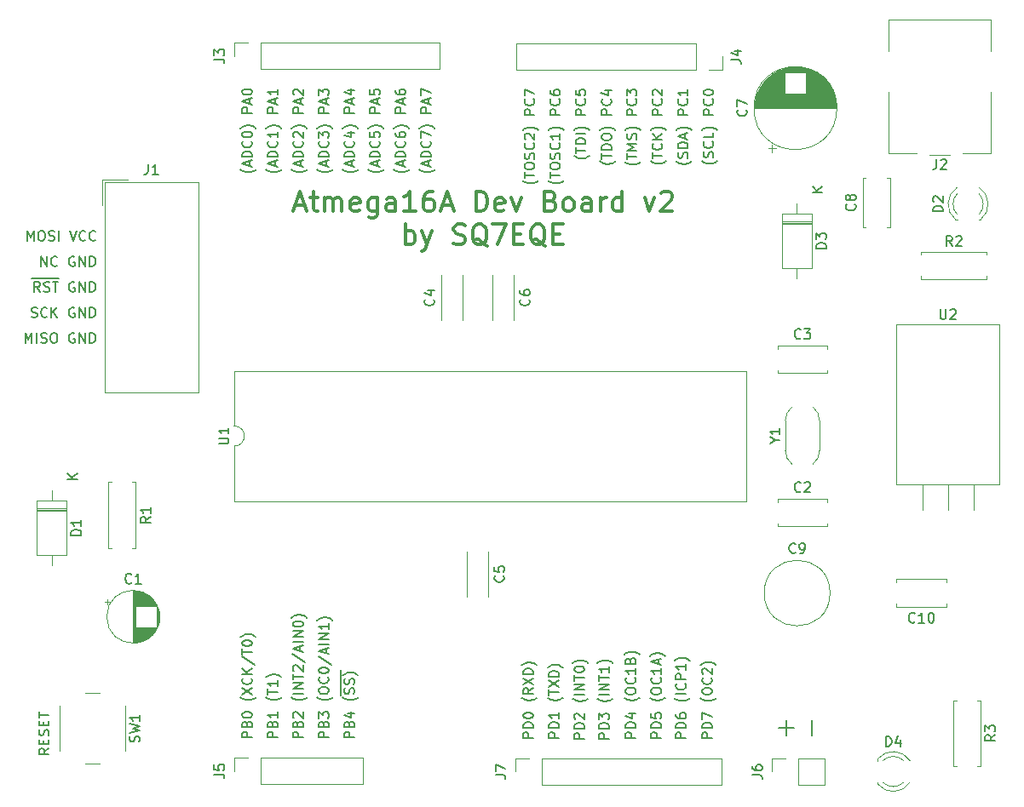
<source format=gbr>
%TF.GenerationSoftware,KiCad,Pcbnew,5.1.4-3.fc30*%
%TF.CreationDate,2019-10-13T14:19:49+02:00*%
%TF.ProjectId,avr_dev_board_atmega16,6176725f-6465-4765-9f62-6f6172645f61,1_0*%
%TF.SameCoordinates,PX2652348PY7832370*%
%TF.FileFunction,Legend,Top*%
%TF.FilePolarity,Positive*%
%FSLAX46Y46*%
G04 Gerber Fmt 4.6, Leading zero omitted, Abs format (unit mm)*
G04 Created by KiCad (PCBNEW 5.1.4-3.fc30) date 2019-10-13 14:19:49*
%MOMM*%
%LPD*%
G04 APERTURE LIST*
%ADD10C,0.300000*%
%ADD11C,0.120000*%
%ADD12C,0.150000*%
%ADD13O,2.007000X2.102000*%
%ADD14R,2.007000X2.102000*%
%ADD15O,3.602000X3.602000*%
%ADD16O,1.702000X1.702000*%
%ADD17C,1.702000*%
%ADD18O,2.102000X3.602000*%
%ADD19O,3.402000X2.102000*%
%ADD20R,4.102000X2.102000*%
%ADD21C,1.902000*%
%ADD22R,1.902000X1.902000*%
%ADD23O,2.302000X2.302000*%
%ADD24R,2.302000X2.302000*%
%ADD25R,1.702000X1.702000*%
%ADD26C,1.802000*%
%ADD27O,1.829200X1.829200*%
%ADD28R,1.829200X1.829200*%
%ADD29O,1.802000X1.802000*%
%ADD30R,1.802000X1.802000*%
%ADD31C,2.102000*%
G04 APERTURE END LIST*
D10*
X27997155Y60254827D02*
X28949536Y60254827D01*
X27806679Y59683399D02*
X28473345Y61683399D01*
X29140012Y59683399D01*
X29520964Y61016732D02*
X30282869Y61016732D01*
X29806679Y61683399D02*
X29806679Y59969113D01*
X29901917Y59778637D01*
X30092393Y59683399D01*
X30282869Y59683399D01*
X30949536Y59683399D02*
X30949536Y61016732D01*
X30949536Y60826256D02*
X31044774Y60921494D01*
X31235250Y61016732D01*
X31520964Y61016732D01*
X31711440Y60921494D01*
X31806679Y60731018D01*
X31806679Y59683399D01*
X31806679Y60731018D02*
X31901917Y60921494D01*
X32092393Y61016732D01*
X32378107Y61016732D01*
X32568583Y60921494D01*
X32663821Y60731018D01*
X32663821Y59683399D01*
X34378107Y59778637D02*
X34187631Y59683399D01*
X33806679Y59683399D01*
X33616202Y59778637D01*
X33520964Y59969113D01*
X33520964Y60731018D01*
X33616202Y60921494D01*
X33806679Y61016732D01*
X34187631Y61016732D01*
X34378107Y60921494D01*
X34473345Y60731018D01*
X34473345Y60540541D01*
X33520964Y60350065D01*
X36187631Y61016732D02*
X36187631Y59397684D01*
X36092393Y59207208D01*
X35997155Y59111970D01*
X35806679Y59016732D01*
X35520964Y59016732D01*
X35330488Y59111970D01*
X36187631Y59778637D02*
X35997155Y59683399D01*
X35616202Y59683399D01*
X35425726Y59778637D01*
X35330488Y59873875D01*
X35235250Y60064351D01*
X35235250Y60635780D01*
X35330488Y60826256D01*
X35425726Y60921494D01*
X35616202Y61016732D01*
X35997155Y61016732D01*
X36187631Y60921494D01*
X37997155Y59683399D02*
X37997155Y60731018D01*
X37901917Y60921494D01*
X37711440Y61016732D01*
X37330488Y61016732D01*
X37140012Y60921494D01*
X37997155Y59778637D02*
X37806679Y59683399D01*
X37330488Y59683399D01*
X37140012Y59778637D01*
X37044774Y59969113D01*
X37044774Y60159589D01*
X37140012Y60350065D01*
X37330488Y60445303D01*
X37806679Y60445303D01*
X37997155Y60540541D01*
X39997155Y59683399D02*
X38854298Y59683399D01*
X39425726Y59683399D02*
X39425726Y61683399D01*
X39235250Y61397684D01*
X39044774Y61207208D01*
X38854298Y61111970D01*
X41711440Y61683399D02*
X41330488Y61683399D01*
X41140012Y61588160D01*
X41044774Y61492922D01*
X40854298Y61207208D01*
X40759060Y60826256D01*
X40759060Y60064351D01*
X40854298Y59873875D01*
X40949536Y59778637D01*
X41140012Y59683399D01*
X41520964Y59683399D01*
X41711440Y59778637D01*
X41806679Y59873875D01*
X41901917Y60064351D01*
X41901917Y60540541D01*
X41806679Y60731018D01*
X41711440Y60826256D01*
X41520964Y60921494D01*
X41140012Y60921494D01*
X40949536Y60826256D01*
X40854298Y60731018D01*
X40759060Y60540541D01*
X42663821Y60254827D02*
X43616202Y60254827D01*
X42473345Y59683399D02*
X43140012Y61683399D01*
X43806679Y59683399D01*
X45997155Y59683399D02*
X45997155Y61683399D01*
X46473345Y61683399D01*
X46759060Y61588160D01*
X46949536Y61397684D01*
X47044774Y61207208D01*
X47140012Y60826256D01*
X47140012Y60540541D01*
X47044774Y60159589D01*
X46949536Y59969113D01*
X46759060Y59778637D01*
X46473345Y59683399D01*
X45997155Y59683399D01*
X48759060Y59778637D02*
X48568583Y59683399D01*
X48187631Y59683399D01*
X47997155Y59778637D01*
X47901917Y59969113D01*
X47901917Y60731018D01*
X47997155Y60921494D01*
X48187631Y61016732D01*
X48568583Y61016732D01*
X48759060Y60921494D01*
X48854298Y60731018D01*
X48854298Y60540541D01*
X47901917Y60350065D01*
X49520964Y61016732D02*
X49997155Y59683399D01*
X50473345Y61016732D01*
X53425726Y60731018D02*
X53711440Y60635780D01*
X53806679Y60540541D01*
X53901917Y60350065D01*
X53901917Y60064351D01*
X53806679Y59873875D01*
X53711440Y59778637D01*
X53520964Y59683399D01*
X52759059Y59683399D01*
X52759059Y61683399D01*
X53425726Y61683399D01*
X53616202Y61588160D01*
X53711440Y61492922D01*
X53806679Y61302446D01*
X53806679Y61111970D01*
X53711440Y60921494D01*
X53616202Y60826256D01*
X53425726Y60731018D01*
X52759059Y60731018D01*
X55044774Y59683399D02*
X54854298Y59778637D01*
X54759059Y59873875D01*
X54663821Y60064351D01*
X54663821Y60635780D01*
X54759059Y60826256D01*
X54854298Y60921494D01*
X55044774Y61016732D01*
X55330488Y61016732D01*
X55520964Y60921494D01*
X55616202Y60826256D01*
X55711440Y60635780D01*
X55711440Y60064351D01*
X55616202Y59873875D01*
X55520964Y59778637D01*
X55330488Y59683399D01*
X55044774Y59683399D01*
X57425726Y59683399D02*
X57425726Y60731018D01*
X57330488Y60921494D01*
X57140012Y61016732D01*
X56759059Y61016732D01*
X56568583Y60921494D01*
X57425726Y59778637D02*
X57235250Y59683399D01*
X56759059Y59683399D01*
X56568583Y59778637D01*
X56473345Y59969113D01*
X56473345Y60159589D01*
X56568583Y60350065D01*
X56759059Y60445303D01*
X57235250Y60445303D01*
X57425726Y60540541D01*
X58378107Y59683399D02*
X58378107Y61016732D01*
X58378107Y60635780D02*
X58473345Y60826256D01*
X58568583Y60921494D01*
X58759059Y61016732D01*
X58949536Y61016732D01*
X60473345Y59683399D02*
X60473345Y61683399D01*
X60473345Y59778637D02*
X60282869Y59683399D01*
X59901917Y59683399D01*
X59711440Y59778637D01*
X59616202Y59873875D01*
X59520964Y60064351D01*
X59520964Y60635780D01*
X59616202Y60826256D01*
X59711440Y60921494D01*
X59901917Y61016732D01*
X60282869Y61016732D01*
X60473345Y60921494D01*
X62759059Y61016732D02*
X63235250Y59683399D01*
X63711440Y61016732D01*
X64378107Y61492922D02*
X64473345Y61588160D01*
X64663821Y61683399D01*
X65140012Y61683399D01*
X65330488Y61588160D01*
X65425726Y61492922D01*
X65520964Y61302446D01*
X65520964Y61111970D01*
X65425726Y60826256D01*
X64282869Y59683399D01*
X65520964Y59683399D01*
X38997155Y56383399D02*
X38997155Y58383399D01*
X38997155Y57621494D02*
X39187631Y57716732D01*
X39568583Y57716732D01*
X39759060Y57621494D01*
X39854298Y57526256D01*
X39949536Y57335780D01*
X39949536Y56764351D01*
X39854298Y56573875D01*
X39759060Y56478637D01*
X39568583Y56383399D01*
X39187631Y56383399D01*
X38997155Y56478637D01*
X40616202Y57716732D02*
X41092393Y56383399D01*
X41568583Y57716732D02*
X41092393Y56383399D01*
X40901917Y55907208D01*
X40806679Y55811970D01*
X40616202Y55716732D01*
X43759060Y56478637D02*
X44044774Y56383399D01*
X44520964Y56383399D01*
X44711440Y56478637D01*
X44806679Y56573875D01*
X44901917Y56764351D01*
X44901917Y56954827D01*
X44806679Y57145303D01*
X44711440Y57240541D01*
X44520964Y57335780D01*
X44140012Y57431018D01*
X43949536Y57526256D01*
X43854298Y57621494D01*
X43759060Y57811970D01*
X43759060Y58002446D01*
X43854298Y58192922D01*
X43949536Y58288160D01*
X44140012Y58383399D01*
X44616202Y58383399D01*
X44901917Y58288160D01*
X47092393Y56192922D02*
X46901917Y56288160D01*
X46711440Y56478637D01*
X46425726Y56764351D01*
X46235250Y56859589D01*
X46044774Y56859589D01*
X46140012Y56383399D02*
X45949536Y56478637D01*
X45759060Y56669113D01*
X45663821Y57050065D01*
X45663821Y57716732D01*
X45759060Y58097684D01*
X45949536Y58288160D01*
X46140012Y58383399D01*
X46520964Y58383399D01*
X46711440Y58288160D01*
X46901917Y58097684D01*
X46997155Y57716732D01*
X46997155Y57050065D01*
X46901917Y56669113D01*
X46711440Y56478637D01*
X46520964Y56383399D01*
X46140012Y56383399D01*
X47663821Y58383399D02*
X48997155Y58383399D01*
X48140012Y56383399D01*
X49759060Y57431018D02*
X50425726Y57431018D01*
X50711440Y56383399D02*
X49759060Y56383399D01*
X49759060Y58383399D01*
X50711440Y58383399D01*
X52901917Y56192922D02*
X52711440Y56288160D01*
X52520964Y56478637D01*
X52235250Y56764351D01*
X52044774Y56859589D01*
X51854298Y56859589D01*
X51949536Y56383399D02*
X51759060Y56478637D01*
X51568583Y56669113D01*
X51473345Y57050065D01*
X51473345Y57716732D01*
X51568583Y58097684D01*
X51759060Y58288160D01*
X51949536Y58383399D01*
X52330488Y58383399D01*
X52520964Y58288160D01*
X52711440Y58097684D01*
X52806679Y57716732D01*
X52806679Y57050065D01*
X52711440Y56669113D01*
X52520964Y56478637D01*
X52330488Y56383399D01*
X51949536Y56383399D01*
X53663821Y57431018D02*
X54330488Y57431018D01*
X54616202Y56383399D02*
X53663821Y56383399D01*
X53663821Y58383399D01*
X54616202Y58383399D01*
D11*
%TO.C,U2*%
X95420400Y32508800D02*
X95420400Y29968800D01*
X92880400Y32508800D02*
X92880400Y29968800D01*
X90340400Y32508800D02*
X90340400Y29968800D01*
X98000400Y48398800D02*
X98000400Y32508800D01*
X87760400Y48398800D02*
X87760400Y32508800D01*
X87760400Y48398800D02*
X98000400Y48398800D01*
X87760400Y32508800D02*
X98000400Y32508800D01*
%TO.C,R3*%
X93395400Y4499800D02*
X93725400Y4499800D01*
X93395400Y11039800D02*
X93395400Y4499800D01*
X93725400Y11039800D02*
X93395400Y11039800D01*
X96135400Y4499800D02*
X95805400Y4499800D01*
X96135400Y11039800D02*
X96135400Y4499800D01*
X95805400Y11039800D02*
X96135400Y11039800D01*
%TO.C,R2*%
X96749400Y52927600D02*
X96749400Y53257600D01*
X90209400Y52927600D02*
X96749400Y52927600D01*
X90209400Y53257600D02*
X90209400Y52927600D01*
X96749400Y55667600D02*
X96749400Y55337600D01*
X90209400Y55667600D02*
X96749400Y55667600D01*
X90209400Y55337600D02*
X90209400Y55667600D01*
%TO.C,R1*%
X9437900Y26194000D02*
X9767900Y26194000D01*
X9437900Y32734000D02*
X9437900Y26194000D01*
X9767900Y32734000D02*
X9437900Y32734000D01*
X12177900Y26194000D02*
X11847900Y26194000D01*
X12177900Y32734000D02*
X12177900Y26194000D01*
X11847900Y32734000D02*
X12177900Y32734000D01*
%TO.C,J2*%
X93082400Y65298800D02*
X91082400Y65298800D01*
X97192400Y78708800D02*
X97192400Y75648800D01*
X86972400Y78708800D02*
X97192400Y78708800D01*
X86972400Y75648800D02*
X86972400Y78708800D01*
X86972400Y65488800D02*
X86972400Y71548800D01*
X89782400Y65488800D02*
X86972400Y65488800D01*
X97192400Y65488800D02*
X94382400Y65488800D01*
X97192400Y71548800D02*
X97192400Y65488800D01*
%TO.C,D4*%
X85895400Y2879800D02*
X85895400Y2723800D01*
X85895400Y5195800D02*
X85895400Y5039800D01*
X88496530Y2879963D02*
G75*
G02X86414439Y2879800I-1041130J1079837D01*
G01*
X88496530Y5039637D02*
G75*
G03X86414439Y5039800I-1041130J-1079837D01*
G01*
X89127735Y2881192D02*
G75*
G02X85895400Y2724284I-1672335J1078608D01*
G01*
X89127735Y5038408D02*
G75*
G03X85895400Y5195316I-1672335J-1078608D01*
G01*
%TO.C,D3*%
X79339400Y58668400D02*
X76399400Y58668400D01*
X79339400Y58428400D02*
X76399400Y58428400D01*
X79339400Y58548400D02*
X76399400Y58548400D01*
X77869400Y52988400D02*
X77869400Y54008400D01*
X77869400Y60468400D02*
X77869400Y59448400D01*
X79339400Y54008400D02*
X79339400Y59448400D01*
X76399400Y54008400D02*
X79339400Y54008400D01*
X76399400Y59448400D02*
X76399400Y54008400D01*
X79339400Y59448400D02*
X76399400Y59448400D01*
%TO.C,D2*%
X95979400Y58836100D02*
X96135400Y58836100D01*
X93663400Y58836100D02*
X93819400Y58836100D01*
X95979237Y61437230D02*
G75*
G02X95979400Y59355139I-1079837J-1041130D01*
G01*
X93819563Y61437230D02*
G75*
G03X93819400Y59355139I1079837J-1041130D01*
G01*
X95978008Y62068435D02*
G75*
G02X96134916Y58836100I-1078608J-1672335D01*
G01*
X93820792Y62068435D02*
G75*
G03X93663884Y58836100I1078608J-1672335D01*
G01*
%TO.C,C10*%
X87786400Y22764800D02*
X87786400Y23079800D01*
X87786400Y20339800D02*
X87786400Y20654800D01*
X92726400Y22764800D02*
X92726400Y23079800D01*
X92726400Y20339800D02*
X92726400Y20654800D01*
X92726400Y23079800D02*
X87786400Y23079800D01*
X92726400Y20339800D02*
X87786400Y20339800D01*
%TO.C,C9*%
X81180400Y21709800D02*
G75*
G03X81180400Y21709800I-3270000J0D01*
G01*
%TO.C,C8*%
X86836400Y63024200D02*
X87151400Y63024200D01*
X84411400Y63024200D02*
X84726400Y63024200D01*
X86836400Y58084200D02*
X87151400Y58084200D01*
X84411400Y58084200D02*
X84726400Y58084200D01*
X87151400Y58084200D02*
X87151400Y63024200D01*
X84411400Y58084200D02*
X84411400Y63024200D01*
%TO.C,C7*%
X75022400Y65932402D02*
X75822400Y65932402D01*
X75422400Y65532402D02*
X75422400Y66332402D01*
X77204400Y74023100D02*
X78270400Y74023100D01*
X76969400Y73983100D02*
X78505400Y73983100D01*
X76789400Y73943100D02*
X78685400Y73943100D01*
X76639400Y73903100D02*
X78835400Y73903100D01*
X76508400Y73863100D02*
X78966400Y73863100D01*
X76391400Y73823100D02*
X79083400Y73823100D01*
X76284400Y73783100D02*
X79190400Y73783100D01*
X76185400Y73743100D02*
X79289400Y73743100D01*
X76092400Y73703100D02*
X79382400Y73703100D01*
X76006400Y73663100D02*
X79468400Y73663100D01*
X75924400Y73623100D02*
X79550400Y73623100D01*
X75847400Y73583100D02*
X79627400Y73583100D01*
X75773400Y73543100D02*
X79701400Y73543100D01*
X75703400Y73503100D02*
X79771400Y73503100D01*
X78777400Y73463100D02*
X79839400Y73463100D01*
X75635400Y73463100D02*
X76697400Y73463100D01*
X78777400Y73423100D02*
X79903400Y73423100D01*
X75571400Y73423100D02*
X76697400Y73423100D01*
X78777400Y73383100D02*
X79965400Y73383100D01*
X75509400Y73383100D02*
X76697400Y73383100D01*
X78777400Y73343100D02*
X80024400Y73343100D01*
X75450400Y73343100D02*
X76697400Y73343100D01*
X78777400Y73303100D02*
X80082400Y73303100D01*
X75392400Y73303100D02*
X76697400Y73303100D01*
X78777400Y73263100D02*
X80137400Y73263100D01*
X75337400Y73263100D02*
X76697400Y73263100D01*
X78777400Y73223100D02*
X80191400Y73223100D01*
X75283400Y73223100D02*
X76697400Y73223100D01*
X78777400Y73183100D02*
X80242400Y73183100D01*
X75232400Y73183100D02*
X76697400Y73183100D01*
X78777400Y73143100D02*
X80293400Y73143100D01*
X75181400Y73143100D02*
X76697400Y73143100D01*
X78777400Y73103100D02*
X80341400Y73103100D01*
X75133400Y73103100D02*
X76697400Y73103100D01*
X78777400Y73063100D02*
X80388400Y73063100D01*
X75086400Y73063100D02*
X76697400Y73063100D01*
X78777400Y73023100D02*
X80434400Y73023100D01*
X75040400Y73023100D02*
X76697400Y73023100D01*
X78777400Y72983100D02*
X80478400Y72983100D01*
X74996400Y72983100D02*
X76697400Y72983100D01*
X78777400Y72943100D02*
X80521400Y72943100D01*
X74953400Y72943100D02*
X76697400Y72943100D01*
X78777400Y72903100D02*
X80563400Y72903100D01*
X74911400Y72903100D02*
X76697400Y72903100D01*
X78777400Y72863100D02*
X80604400Y72863100D01*
X74870400Y72863100D02*
X76697400Y72863100D01*
X78777400Y72823100D02*
X80644400Y72823100D01*
X74830400Y72823100D02*
X76697400Y72823100D01*
X78777400Y72783100D02*
X80682400Y72783100D01*
X74792400Y72783100D02*
X76697400Y72783100D01*
X78777400Y72743100D02*
X80720400Y72743100D01*
X74754400Y72743100D02*
X76697400Y72743100D01*
X78777400Y72703100D02*
X80756400Y72703100D01*
X74718400Y72703100D02*
X76697400Y72703100D01*
X78777400Y72663100D02*
X80792400Y72663100D01*
X74682400Y72663100D02*
X76697400Y72663100D01*
X78777400Y72623100D02*
X80827400Y72623100D01*
X74647400Y72623100D02*
X76697400Y72623100D01*
X78777400Y72583100D02*
X80861400Y72583100D01*
X74613400Y72583100D02*
X76697400Y72583100D01*
X78777400Y72543100D02*
X80893400Y72543100D01*
X74581400Y72543100D02*
X76697400Y72543100D01*
X78777400Y72503100D02*
X80926400Y72503100D01*
X74548400Y72503100D02*
X76697400Y72503100D01*
X78777400Y72463100D02*
X80957400Y72463100D01*
X74517400Y72463100D02*
X76697400Y72463100D01*
X78777400Y72423100D02*
X80987400Y72423100D01*
X74487400Y72423100D02*
X76697400Y72423100D01*
X78777400Y72383100D02*
X81017400Y72383100D01*
X74457400Y72383100D02*
X76697400Y72383100D01*
X78777400Y72343100D02*
X81046400Y72343100D01*
X74428400Y72343100D02*
X76697400Y72343100D01*
X78777400Y72303100D02*
X81075400Y72303100D01*
X74399400Y72303100D02*
X76697400Y72303100D01*
X78777400Y72263100D02*
X81102400Y72263100D01*
X74372400Y72263100D02*
X76697400Y72263100D01*
X78777400Y72223100D02*
X81129400Y72223100D01*
X74345400Y72223100D02*
X76697400Y72223100D01*
X78777400Y72183100D02*
X81155400Y72183100D01*
X74319400Y72183100D02*
X76697400Y72183100D01*
X78777400Y72143100D02*
X81181400Y72143100D01*
X74293400Y72143100D02*
X76697400Y72143100D01*
X78777400Y72103100D02*
X81206400Y72103100D01*
X74268400Y72103100D02*
X76697400Y72103100D01*
X78777400Y72063100D02*
X81230400Y72063100D01*
X74244400Y72063100D02*
X76697400Y72063100D01*
X78777400Y72023100D02*
X81254400Y72023100D01*
X74220400Y72023100D02*
X76697400Y72023100D01*
X78777400Y71983100D02*
X81277400Y71983100D01*
X74197400Y71983100D02*
X76697400Y71983100D01*
X78777400Y71943100D02*
X81299400Y71943100D01*
X74175400Y71943100D02*
X76697400Y71943100D01*
X78777400Y71903100D02*
X81321400Y71903100D01*
X74153400Y71903100D02*
X76697400Y71903100D01*
X78777400Y71863100D02*
X81343400Y71863100D01*
X74131400Y71863100D02*
X76697400Y71863100D01*
X78777400Y71823100D02*
X81364400Y71823100D01*
X74110400Y71823100D02*
X76697400Y71823100D01*
X78777400Y71783100D02*
X81384400Y71783100D01*
X74090400Y71783100D02*
X76697400Y71783100D01*
X78777400Y71743100D02*
X81403400Y71743100D01*
X74071400Y71743100D02*
X76697400Y71743100D01*
X78777400Y71703100D02*
X81423400Y71703100D01*
X74051400Y71703100D02*
X76697400Y71703100D01*
X78777400Y71663100D02*
X81441400Y71663100D01*
X74033400Y71663100D02*
X76697400Y71663100D01*
X78777400Y71623100D02*
X81459400Y71623100D01*
X74015400Y71623100D02*
X76697400Y71623100D01*
X78777400Y71583100D02*
X81477400Y71583100D01*
X73997400Y71583100D02*
X76697400Y71583100D01*
X78777400Y71543100D02*
X81494400Y71543100D01*
X73980400Y71543100D02*
X76697400Y71543100D01*
X78777400Y71503100D02*
X81511400Y71503100D01*
X73963400Y71503100D02*
X76697400Y71503100D01*
X78777400Y71463100D02*
X81527400Y71463100D01*
X73947400Y71463100D02*
X76697400Y71463100D01*
X78777400Y71423100D02*
X81542400Y71423100D01*
X73932400Y71423100D02*
X76697400Y71423100D01*
X73916400Y71383100D02*
X81558400Y71383100D01*
X73902400Y71343100D02*
X81572400Y71343100D01*
X73887400Y71303100D02*
X81587400Y71303100D01*
X73874400Y71263100D02*
X81600400Y71263100D01*
X73860400Y71223100D02*
X81614400Y71223100D01*
X73848400Y71183100D02*
X81626400Y71183100D01*
X73835400Y71143100D02*
X81639400Y71143100D01*
X73823400Y71103100D02*
X81651400Y71103100D01*
X73812400Y71063100D02*
X81662400Y71063100D01*
X73801400Y71023100D02*
X81673400Y71023100D01*
X73790400Y70983100D02*
X81684400Y70983100D01*
X73780400Y70943100D02*
X81694400Y70943100D01*
X73770400Y70903100D02*
X81704400Y70903100D01*
X73761400Y70863100D02*
X81713400Y70863100D01*
X73752400Y70823100D02*
X81722400Y70823100D01*
X73743400Y70783100D02*
X81731400Y70783100D01*
X73735400Y70743100D02*
X81739400Y70743100D01*
X73727400Y70703100D02*
X81747400Y70703100D01*
X73720400Y70663100D02*
X81754400Y70663100D01*
X73713400Y70622100D02*
X81761400Y70622100D01*
X73707400Y70582100D02*
X81767400Y70582100D01*
X73700400Y70542100D02*
X81774400Y70542100D01*
X73695400Y70502100D02*
X81779400Y70502100D01*
X73689400Y70462100D02*
X81785400Y70462100D01*
X73685400Y70422100D02*
X81789400Y70422100D01*
X73680400Y70382100D02*
X81794400Y70382100D01*
X73676400Y70342100D02*
X81798400Y70342100D01*
X73672400Y70302100D02*
X81802400Y70302100D01*
X73669400Y70262100D02*
X81805400Y70262100D01*
X73666400Y70222100D02*
X81808400Y70222100D01*
X73663400Y70182100D02*
X81811400Y70182100D01*
X73661400Y70142100D02*
X81813400Y70142100D01*
X73660400Y70102100D02*
X81814400Y70102100D01*
X73658400Y70062100D02*
X81816400Y70062100D01*
X73657400Y70022100D02*
X81817400Y70022100D01*
X73657400Y69982100D02*
X81817400Y69982100D01*
X73657400Y69942100D02*
X81817400Y69942100D01*
X81857400Y69942100D02*
G75*
G03X81857400Y69942100I-4120000J0D01*
G01*
%TO.C,Y1*%
X79482361Y40207990D02*
G75*
G02X80133400Y38870200I-1048961J-1337790D01*
G01*
X79482361Y34532410D02*
G75*
G03X80133400Y35870200I-1048961J1337790D01*
G01*
X77384439Y40207990D02*
G75*
G03X76733400Y38870200I1048961J-1337790D01*
G01*
X77384439Y34532410D02*
G75*
G02X76733400Y35870200I1048961J1337790D01*
G01*
X80133400Y35870200D02*
X80133400Y38870200D01*
X76733400Y35870200D02*
X76733400Y38870200D01*
%TO.C,C3*%
X80903400Y43885200D02*
X80903400Y43570200D01*
X80903400Y46310200D02*
X80903400Y45995200D01*
X75963400Y43885200D02*
X75963400Y43570200D01*
X75963400Y46310200D02*
X75963400Y45995200D01*
X75963400Y43570200D02*
X80903400Y43570200D01*
X75963400Y46310200D02*
X80903400Y46310200D01*
%TO.C,C2*%
X80903400Y28645200D02*
X80903400Y28330200D01*
X80903400Y31070200D02*
X80903400Y30755200D01*
X75963400Y28645200D02*
X75963400Y28330200D01*
X75963400Y31070200D02*
X75963400Y30755200D01*
X75963400Y28330200D02*
X80903400Y28330200D01*
X75963400Y31070200D02*
X80903400Y31070200D01*
%TO.C,J1*%
X8816600Y62800800D02*
X11356600Y62800800D01*
X8816600Y62800800D02*
X8816600Y60260800D01*
X9066600Y62550800D02*
X18416600Y62550800D01*
X9066600Y41690800D02*
X9066600Y62550800D01*
X18416600Y41690800D02*
X9066600Y41690800D01*
X18416600Y62550800D02*
X18416600Y41690800D01*
%TO.C,J6*%
X75416400Y3959800D02*
X75416400Y5289800D01*
X75416400Y5289800D02*
X76746400Y5289800D01*
X78016400Y5289800D02*
X80616400Y5289800D01*
X80616400Y2629800D02*
X80616400Y5289800D01*
X78016400Y2629800D02*
X80616400Y2629800D01*
X78016400Y2629800D02*
X78016400Y5289800D01*
%TO.C,J7*%
X49916300Y3959800D02*
X49916300Y5289800D01*
X49916300Y5289800D02*
X51246300Y5289800D01*
X52516300Y5289800D02*
X70356300Y5289800D01*
X70356300Y2629800D02*
X70356300Y5289800D01*
X52516300Y2629800D02*
X70356300Y2629800D01*
X52516300Y2629800D02*
X52516300Y5289800D01*
%TO.C,J4*%
X70456400Y75079400D02*
X70456400Y73749400D01*
X70456400Y73749400D02*
X69126400Y73749400D01*
X67856400Y73749400D02*
X50016400Y73749400D01*
X50016400Y76409400D02*
X50016400Y73749400D01*
X67856400Y76409400D02*
X50016400Y76409400D01*
X67856400Y76409400D02*
X67856400Y73749400D01*
%TO.C,J3*%
X21962000Y75129400D02*
X21962000Y76459400D01*
X21962000Y76459400D02*
X23292000Y76459400D01*
X24562000Y76459400D02*
X42402000Y76459400D01*
X42402000Y73799400D02*
X42402000Y76459400D01*
X24562000Y73799400D02*
X42402000Y73799400D01*
X24562000Y73799400D02*
X24562000Y76459400D01*
%TO.C,J5*%
X21962000Y4009800D02*
X21962000Y5339800D01*
X21962000Y5339800D02*
X23292000Y5339800D01*
X24562000Y5339800D02*
X34782000Y5339800D01*
X34782000Y2679800D02*
X34782000Y5339800D01*
X24562000Y2679800D02*
X34782000Y2679800D01*
X24562000Y2679800D02*
X24562000Y5339800D01*
%TO.C,SW1*%
X7113600Y4755800D02*
X8613600Y4755800D01*
X11113600Y6005800D02*
X11113600Y10505800D01*
X8613600Y11755800D02*
X7113600Y11755800D01*
X4613600Y10505800D02*
X4613600Y6005800D01*
%TO.C,C1*%
X9363425Y21079800D02*
X9363425Y20579800D01*
X9113425Y20829800D02*
X9613425Y20829800D01*
X14519200Y19638800D02*
X14519200Y19070800D01*
X14479200Y19872800D02*
X14479200Y18836800D01*
X14439200Y20031800D02*
X14439200Y18677800D01*
X14399200Y20159800D02*
X14399200Y18549800D01*
X14359200Y20269800D02*
X14359200Y18439800D01*
X14319200Y20365800D02*
X14319200Y18343800D01*
X14279200Y20452800D02*
X14279200Y18256800D01*
X14239200Y20532800D02*
X14239200Y18176800D01*
X14199200Y18314800D02*
X14199200Y18103800D01*
X14199200Y20605800D02*
X14199200Y20394800D01*
X14159200Y18314800D02*
X14159200Y18035800D01*
X14159200Y20673800D02*
X14159200Y20394800D01*
X14119200Y18314800D02*
X14119200Y17971800D01*
X14119200Y20737800D02*
X14119200Y20394800D01*
X14079200Y18314800D02*
X14079200Y17911800D01*
X14079200Y20797800D02*
X14079200Y20394800D01*
X14039200Y18314800D02*
X14039200Y17854800D01*
X14039200Y20854800D02*
X14039200Y20394800D01*
X13999200Y18314800D02*
X13999200Y17800800D01*
X13999200Y20908800D02*
X13999200Y20394800D01*
X13959200Y18314800D02*
X13959200Y17749800D01*
X13959200Y20959800D02*
X13959200Y20394800D01*
X13919200Y18314800D02*
X13919200Y17701800D01*
X13919200Y21007800D02*
X13919200Y20394800D01*
X13879200Y18314800D02*
X13879200Y17655800D01*
X13879200Y21053800D02*
X13879200Y20394800D01*
X13839200Y18314800D02*
X13839200Y17611800D01*
X13839200Y21097800D02*
X13839200Y20394800D01*
X13799200Y18314800D02*
X13799200Y17569800D01*
X13799200Y21139800D02*
X13799200Y20394800D01*
X13759200Y18314800D02*
X13759200Y17528800D01*
X13759200Y21180800D02*
X13759200Y20394800D01*
X13719200Y18314800D02*
X13719200Y17490800D01*
X13719200Y21218800D02*
X13719200Y20394800D01*
X13679200Y18314800D02*
X13679200Y17453800D01*
X13679200Y21255800D02*
X13679200Y20394800D01*
X13639200Y18314800D02*
X13639200Y17417800D01*
X13639200Y21291800D02*
X13639200Y20394800D01*
X13599200Y18314800D02*
X13599200Y17383800D01*
X13599200Y21325800D02*
X13599200Y20394800D01*
X13559200Y18314800D02*
X13559200Y17350800D01*
X13559200Y21358800D02*
X13559200Y20394800D01*
X13519200Y18314800D02*
X13519200Y17319800D01*
X13519200Y21389800D02*
X13519200Y20394800D01*
X13479200Y18314800D02*
X13479200Y17289800D01*
X13479200Y21419800D02*
X13479200Y20394800D01*
X13439200Y18314800D02*
X13439200Y17259800D01*
X13439200Y21449800D02*
X13439200Y20394800D01*
X13399200Y18314800D02*
X13399200Y17232800D01*
X13399200Y21476800D02*
X13399200Y20394800D01*
X13359200Y18314800D02*
X13359200Y17205800D01*
X13359200Y21503800D02*
X13359200Y20394800D01*
X13319200Y18314800D02*
X13319200Y17179800D01*
X13319200Y21529800D02*
X13319200Y20394800D01*
X13279200Y18314800D02*
X13279200Y17154800D01*
X13279200Y21554800D02*
X13279200Y20394800D01*
X13239200Y18314800D02*
X13239200Y17130800D01*
X13239200Y21578800D02*
X13239200Y20394800D01*
X13199200Y18314800D02*
X13199200Y17107800D01*
X13199200Y21601800D02*
X13199200Y20394800D01*
X13159200Y18314800D02*
X13159200Y17086800D01*
X13159200Y21622800D02*
X13159200Y20394800D01*
X13119200Y18314800D02*
X13119200Y17064800D01*
X13119200Y21644800D02*
X13119200Y20394800D01*
X13079200Y18314800D02*
X13079200Y17044800D01*
X13079200Y21664800D02*
X13079200Y20394800D01*
X13039200Y18314800D02*
X13039200Y17025800D01*
X13039200Y21683800D02*
X13039200Y20394800D01*
X12999200Y18314800D02*
X12999200Y17006800D01*
X12999200Y21702800D02*
X12999200Y20394800D01*
X12959200Y18314800D02*
X12959200Y16989800D01*
X12959200Y21719800D02*
X12959200Y20394800D01*
X12919200Y18314800D02*
X12919200Y16972800D01*
X12919200Y21736800D02*
X12919200Y20394800D01*
X12879200Y18314800D02*
X12879200Y16956800D01*
X12879200Y21752800D02*
X12879200Y20394800D01*
X12839200Y18314800D02*
X12839200Y16940800D01*
X12839200Y21768800D02*
X12839200Y20394800D01*
X12799200Y18314800D02*
X12799200Y16926800D01*
X12799200Y21782800D02*
X12799200Y20394800D01*
X12759200Y18314800D02*
X12759200Y16912800D01*
X12759200Y21796800D02*
X12759200Y20394800D01*
X12719200Y18314800D02*
X12719200Y16899800D01*
X12719200Y21809800D02*
X12719200Y20394800D01*
X12679200Y18314800D02*
X12679200Y16886800D01*
X12679200Y21822800D02*
X12679200Y20394800D01*
X12639200Y18314800D02*
X12639200Y16874800D01*
X12639200Y21834800D02*
X12639200Y20394800D01*
X12598200Y18314800D02*
X12598200Y16863800D01*
X12598200Y21845800D02*
X12598200Y20394800D01*
X12558200Y18314800D02*
X12558200Y16853800D01*
X12558200Y21855800D02*
X12558200Y20394800D01*
X12518200Y18314800D02*
X12518200Y16843800D01*
X12518200Y21865800D02*
X12518200Y20394800D01*
X12478200Y18314800D02*
X12478200Y16834800D01*
X12478200Y21874800D02*
X12478200Y20394800D01*
X12438200Y18314800D02*
X12438200Y16826800D01*
X12438200Y21882800D02*
X12438200Y20394800D01*
X12398200Y18314800D02*
X12398200Y16818800D01*
X12398200Y21890800D02*
X12398200Y20394800D01*
X12358200Y18314800D02*
X12358200Y16811800D01*
X12358200Y21897800D02*
X12358200Y20394800D01*
X12318200Y18314800D02*
X12318200Y16804800D01*
X12318200Y21904800D02*
X12318200Y20394800D01*
X12278200Y18314800D02*
X12278200Y16798800D01*
X12278200Y21910800D02*
X12278200Y20394800D01*
X12238200Y18314800D02*
X12238200Y16793800D01*
X12238200Y21915800D02*
X12238200Y20394800D01*
X12198200Y18314800D02*
X12198200Y16789800D01*
X12198200Y21919800D02*
X12198200Y20394800D01*
X12158200Y18314800D02*
X12158200Y16785800D01*
X12158200Y21923800D02*
X12158200Y20394800D01*
X12118200Y21927800D02*
X12118200Y16781800D01*
X12078200Y21930800D02*
X12078200Y16778800D01*
X12038200Y21932800D02*
X12038200Y16776800D01*
X11998200Y21933800D02*
X11998200Y16775800D01*
X11958200Y21934800D02*
X11958200Y16774800D01*
X11918200Y21934800D02*
X11918200Y16774800D01*
X14538200Y19354800D02*
G75*
G03X14538200Y19354800I-2620000J0D01*
G01*
%TO.C,C4*%
X44667000Y53367800D02*
X44682000Y53367800D01*
X42542000Y53367800D02*
X42557000Y53367800D01*
X44667000Y48827800D02*
X44682000Y48827800D01*
X42542000Y48827800D02*
X42557000Y48827800D01*
X44682000Y48827800D02*
X44682000Y53367800D01*
X42542000Y48827800D02*
X42542000Y53367800D01*
%TO.C,C5*%
X45097000Y21328000D02*
X45082000Y21328000D01*
X47222000Y21328000D02*
X47207000Y21328000D01*
X45097000Y25868000D02*
X45082000Y25868000D01*
X47222000Y25868000D02*
X47207000Y25868000D01*
X45082000Y25868000D02*
X45082000Y21328000D01*
X47222000Y25868000D02*
X47222000Y21328000D01*
%TO.C,C6*%
X47637000Y48827800D02*
X47622000Y48827800D01*
X49762000Y48827800D02*
X49747000Y48827800D01*
X47637000Y53367800D02*
X47622000Y53367800D01*
X49762000Y53367800D02*
X49747000Y53367800D01*
X47622000Y53367800D02*
X47622000Y48827800D01*
X49762000Y53367800D02*
X49762000Y48827800D01*
%TO.C,D1*%
X5292900Y30134000D02*
X2352900Y30134000D01*
X5292900Y29894000D02*
X2352900Y29894000D01*
X5292900Y30014000D02*
X2352900Y30014000D01*
X3822900Y24454000D02*
X3822900Y25474000D01*
X3822900Y31934000D02*
X3822900Y30914000D01*
X5292900Y25474000D02*
X5292900Y30914000D01*
X2352900Y25474000D02*
X5292900Y25474000D01*
X2352900Y30914000D02*
X2352900Y25474000D01*
X5292900Y30914000D02*
X2352900Y30914000D01*
%TO.C,U1*%
X21962000Y43780200D02*
X21962000Y38320200D01*
X72882000Y43780200D02*
X21962000Y43780200D01*
X72882000Y30860200D02*
X72882000Y43780200D01*
X21962000Y30860200D02*
X72882000Y30860200D01*
X21962000Y36320200D02*
X21962000Y30860200D01*
X21962000Y38320200D02*
G75*
G02X21962000Y36320200I0J-1000000D01*
G01*
%TO.C,U2*%
D12*
X92118495Y49946420D02*
X92118495Y49136896D01*
X92166114Y49041658D01*
X92213733Y48994039D01*
X92308971Y48946420D01*
X92499447Y48946420D01*
X92594685Y48994039D01*
X92642304Y49041658D01*
X92689923Y49136896D01*
X92689923Y49946420D01*
X93118495Y49851181D02*
X93166114Y49898800D01*
X93261352Y49946420D01*
X93499447Y49946420D01*
X93594685Y49898800D01*
X93642304Y49851181D01*
X93689923Y49755943D01*
X93689923Y49660705D01*
X93642304Y49517848D01*
X93070876Y48946420D01*
X93689923Y48946420D01*
%TO.C,R3*%
X97587780Y7603134D02*
X97111590Y7269800D01*
X97587780Y7031705D02*
X96587780Y7031705D01*
X96587780Y7412658D01*
X96635400Y7507896D01*
X96683019Y7555515D01*
X96778257Y7603134D01*
X96921114Y7603134D01*
X97016352Y7555515D01*
X97063971Y7507896D01*
X97111590Y7412658D01*
X97111590Y7031705D01*
X96587780Y7936467D02*
X96587780Y8555515D01*
X96968733Y8222181D01*
X96968733Y8365039D01*
X97016352Y8460277D01*
X97063971Y8507896D01*
X97159209Y8555515D01*
X97397304Y8555515D01*
X97492542Y8507896D01*
X97540161Y8460277D01*
X97587780Y8365039D01*
X97587780Y8079324D01*
X97540161Y7984086D01*
X97492542Y7936467D01*
%TO.C,R2*%
X93312733Y56215220D02*
X92979400Y56691410D01*
X92741304Y56215220D02*
X92741304Y57215220D01*
X93122257Y57215220D01*
X93217495Y57167600D01*
X93265114Y57119981D01*
X93312733Y57024743D01*
X93312733Y56881886D01*
X93265114Y56786648D01*
X93217495Y56739029D01*
X93122257Y56691410D01*
X92741304Y56691410D01*
X93693685Y57119981D02*
X93741304Y57167600D01*
X93836542Y57215220D01*
X94074638Y57215220D01*
X94169876Y57167600D01*
X94217495Y57119981D01*
X94265114Y57024743D01*
X94265114Y56929505D01*
X94217495Y56786648D01*
X93646066Y56215220D01*
X94265114Y56215220D01*
%TO.C,R1*%
X13630280Y29297334D02*
X13154090Y28964000D01*
X13630280Y28725905D02*
X12630280Y28725905D01*
X12630280Y29106858D01*
X12677900Y29202096D01*
X12725519Y29249715D01*
X12820757Y29297334D01*
X12963614Y29297334D01*
X13058852Y29249715D01*
X13106471Y29202096D01*
X13154090Y29106858D01*
X13154090Y28725905D01*
X13630280Y30249715D02*
X13630280Y29678286D01*
X13630280Y29964000D02*
X12630280Y29964000D01*
X12773138Y29868762D01*
X12868376Y29773524D01*
X12915995Y29678286D01*
%TO.C,J2*%
X91749066Y64846420D02*
X91749066Y64132134D01*
X91701447Y63989277D01*
X91606209Y63894039D01*
X91463352Y63846420D01*
X91368114Y63846420D01*
X92177638Y64751181D02*
X92225257Y64798800D01*
X92320495Y64846420D01*
X92558590Y64846420D01*
X92653828Y64798800D01*
X92701447Y64751181D01*
X92749066Y64655943D01*
X92749066Y64560705D01*
X92701447Y64417848D01*
X92130019Y63846420D01*
X92749066Y63846420D01*
%TO.C,D4*%
X86717304Y6467420D02*
X86717304Y7467420D01*
X86955400Y7467420D01*
X87098257Y7419800D01*
X87193495Y7324562D01*
X87241114Y7229324D01*
X87288733Y7038848D01*
X87288733Y6895991D01*
X87241114Y6705515D01*
X87193495Y6610277D01*
X87098257Y6515039D01*
X86955400Y6467420D01*
X86717304Y6467420D01*
X88145876Y7134086D02*
X88145876Y6467420D01*
X87907780Y7515039D02*
X87669685Y6800753D01*
X88288733Y6800753D01*
%TO.C,D3*%
X80791780Y55990305D02*
X79791780Y55990305D01*
X79791780Y56228400D01*
X79839400Y56371258D01*
X79934638Y56466496D01*
X80029876Y56514115D01*
X80220352Y56561734D01*
X80363209Y56561734D01*
X80553685Y56514115D01*
X80648923Y56466496D01*
X80744161Y56371258D01*
X80791780Y56228400D01*
X80791780Y55990305D01*
X79791780Y56895067D02*
X79791780Y57514115D01*
X80172733Y57180781D01*
X80172733Y57323639D01*
X80220352Y57418877D01*
X80267971Y57466496D01*
X80363209Y57514115D01*
X80601304Y57514115D01*
X80696542Y57466496D01*
X80744161Y57418877D01*
X80791780Y57323639D01*
X80791780Y57037924D01*
X80744161Y56942686D01*
X80696542Y56895067D01*
X80421780Y61546496D02*
X79421780Y61546496D01*
X80421780Y62117924D02*
X79850352Y61689353D01*
X79421780Y62117924D02*
X79993209Y61546496D01*
%TO.C,D2*%
X92391780Y59658005D02*
X91391780Y59658005D01*
X91391780Y59896100D01*
X91439400Y60038958D01*
X91534638Y60134196D01*
X91629876Y60181815D01*
X91820352Y60229434D01*
X91963209Y60229434D01*
X92153685Y60181815D01*
X92248923Y60134196D01*
X92344161Y60038958D01*
X92391780Y59896100D01*
X92391780Y59658005D01*
X91487019Y60610386D02*
X91439400Y60658005D01*
X91391780Y60753243D01*
X91391780Y60991339D01*
X91439400Y61086577D01*
X91487019Y61134196D01*
X91582257Y61181815D01*
X91677495Y61181815D01*
X91820352Y61134196D01*
X92391780Y60562767D01*
X92391780Y61181815D01*
%TO.C,C10*%
X89613542Y18852658D02*
X89565923Y18805039D01*
X89423066Y18757420D01*
X89327828Y18757420D01*
X89184971Y18805039D01*
X89089733Y18900277D01*
X89042114Y18995515D01*
X88994495Y19185991D01*
X88994495Y19328848D01*
X89042114Y19519324D01*
X89089733Y19614562D01*
X89184971Y19709800D01*
X89327828Y19757420D01*
X89423066Y19757420D01*
X89565923Y19709800D01*
X89613542Y19662181D01*
X90565923Y18757420D02*
X89994495Y18757420D01*
X90280209Y18757420D02*
X90280209Y19757420D01*
X90184971Y19614562D01*
X90089733Y19519324D01*
X89994495Y19471705D01*
X91184971Y19757420D02*
X91280209Y19757420D01*
X91375447Y19709800D01*
X91423066Y19662181D01*
X91470685Y19566943D01*
X91518304Y19376467D01*
X91518304Y19138372D01*
X91470685Y18947896D01*
X91423066Y18852658D01*
X91375447Y18805039D01*
X91280209Y18757420D01*
X91184971Y18757420D01*
X91089733Y18805039D01*
X91042114Y18852658D01*
X90994495Y18947896D01*
X90946876Y19138372D01*
X90946876Y19376467D01*
X90994495Y19566943D01*
X91042114Y19662181D01*
X91089733Y19709800D01*
X91184971Y19757420D01*
%TO.C,C9*%
X77743733Y25752658D02*
X77696114Y25705039D01*
X77553257Y25657420D01*
X77458019Y25657420D01*
X77315161Y25705039D01*
X77219923Y25800277D01*
X77172304Y25895515D01*
X77124685Y26085991D01*
X77124685Y26228848D01*
X77172304Y26419324D01*
X77219923Y26514562D01*
X77315161Y26609800D01*
X77458019Y26657420D01*
X77553257Y26657420D01*
X77696114Y26609800D01*
X77743733Y26562181D01*
X78219923Y25657420D02*
X78410400Y25657420D01*
X78505638Y25705039D01*
X78553257Y25752658D01*
X78648495Y25895515D01*
X78696114Y26085991D01*
X78696114Y26466943D01*
X78648495Y26562181D01*
X78600876Y26609800D01*
X78505638Y26657420D01*
X78315161Y26657420D01*
X78219923Y26609800D01*
X78172304Y26562181D01*
X78124685Y26466943D01*
X78124685Y26228848D01*
X78172304Y26133610D01*
X78219923Y26085991D01*
X78315161Y26038372D01*
X78505638Y26038372D01*
X78600876Y26085991D01*
X78648495Y26133610D01*
X78696114Y26228848D01*
%TO.C,C8*%
X83638542Y60387534D02*
X83686161Y60339915D01*
X83733780Y60197058D01*
X83733780Y60101820D01*
X83686161Y59958962D01*
X83590923Y59863724D01*
X83495685Y59816105D01*
X83305209Y59768486D01*
X83162352Y59768486D01*
X82971876Y59816105D01*
X82876638Y59863724D01*
X82781400Y59958962D01*
X82733780Y60101820D01*
X82733780Y60197058D01*
X82781400Y60339915D01*
X82829019Y60387534D01*
X83162352Y60958962D02*
X83114733Y60863724D01*
X83067114Y60816105D01*
X82971876Y60768486D01*
X82924257Y60768486D01*
X82829019Y60816105D01*
X82781400Y60863724D01*
X82733780Y60958962D01*
X82733780Y61149439D01*
X82781400Y61244677D01*
X82829019Y61292296D01*
X82924257Y61339915D01*
X82971876Y61339915D01*
X83067114Y61292296D01*
X83114733Y61244677D01*
X83162352Y61149439D01*
X83162352Y60958962D01*
X83209971Y60863724D01*
X83257590Y60816105D01*
X83352828Y60768486D01*
X83543304Y60768486D01*
X83638542Y60816105D01*
X83686161Y60863724D01*
X83733780Y60958962D01*
X83733780Y61149439D01*
X83686161Y61244677D01*
X83638542Y61292296D01*
X83543304Y61339915D01*
X83352828Y61339915D01*
X83257590Y61292296D01*
X83209971Y61244677D01*
X83162352Y61149439D01*
%TO.C,C7*%
X72844542Y69775434D02*
X72892161Y69727815D01*
X72939780Y69584958D01*
X72939780Y69489720D01*
X72892161Y69346862D01*
X72796923Y69251624D01*
X72701685Y69204005D01*
X72511209Y69156386D01*
X72368352Y69156386D01*
X72177876Y69204005D01*
X72082638Y69251624D01*
X71987400Y69346862D01*
X71939780Y69489720D01*
X71939780Y69584958D01*
X71987400Y69727815D01*
X72035019Y69775434D01*
X71939780Y70108767D02*
X71939780Y70775434D01*
X72939780Y70346862D01*
%TO.C,Y1*%
X75709590Y36894010D02*
X76185780Y36894010D01*
X75185780Y36560677D02*
X75709590Y36894010D01*
X75185780Y37227343D01*
X76185780Y38084486D02*
X76185780Y37513058D01*
X76185780Y37798772D02*
X75185780Y37798772D01*
X75328638Y37703534D01*
X75423876Y37608296D01*
X75471495Y37513058D01*
%TO.C,C3*%
X78266733Y47083058D02*
X78219114Y47035439D01*
X78076257Y46987820D01*
X77981019Y46987820D01*
X77838161Y47035439D01*
X77742923Y47130677D01*
X77695304Y47225915D01*
X77647685Y47416391D01*
X77647685Y47559248D01*
X77695304Y47749724D01*
X77742923Y47844962D01*
X77838161Y47940200D01*
X77981019Y47987820D01*
X78076257Y47987820D01*
X78219114Y47940200D01*
X78266733Y47892581D01*
X78600066Y47987820D02*
X79219114Y47987820D01*
X78885780Y47606867D01*
X79028638Y47606867D01*
X79123876Y47559248D01*
X79171495Y47511629D01*
X79219114Y47416391D01*
X79219114Y47178296D01*
X79171495Y47083058D01*
X79123876Y47035439D01*
X79028638Y46987820D01*
X78742923Y46987820D01*
X78647685Y47035439D01*
X78600066Y47083058D01*
%TO.C,C2*%
X78266733Y31843058D02*
X78219114Y31795439D01*
X78076257Y31747820D01*
X77981019Y31747820D01*
X77838161Y31795439D01*
X77742923Y31890677D01*
X77695304Y31985915D01*
X77647685Y32176391D01*
X77647685Y32319248D01*
X77695304Y32509724D01*
X77742923Y32604962D01*
X77838161Y32700200D01*
X77981019Y32747820D01*
X78076257Y32747820D01*
X78219114Y32700200D01*
X78266733Y32652581D01*
X78647685Y32652581D02*
X78695304Y32700200D01*
X78790542Y32747820D01*
X79028638Y32747820D01*
X79123876Y32700200D01*
X79171495Y32652581D01*
X79219114Y32557343D01*
X79219114Y32462105D01*
X79171495Y32319248D01*
X78600066Y31747820D01*
X79219114Y31747820D01*
%TO.C,J1*%
X13408266Y64352420D02*
X13408266Y63638134D01*
X13360647Y63495277D01*
X13265409Y63400039D01*
X13122552Y63352420D01*
X13027314Y63352420D01*
X14408266Y63352420D02*
X13836838Y63352420D01*
X14122552Y63352420D02*
X14122552Y64352420D01*
X14027314Y64209562D01*
X13932076Y64114324D01*
X13836838Y64066705D01*
X1183623Y46588420D02*
X1183623Y47588420D01*
X1516957Y46874134D01*
X1850290Y47588420D01*
X1850290Y46588420D01*
X2326480Y46588420D02*
X2326480Y47588420D01*
X2755052Y46636039D02*
X2897909Y46588420D01*
X3136004Y46588420D01*
X3231242Y46636039D01*
X3278861Y46683658D01*
X3326480Y46778896D01*
X3326480Y46874134D01*
X3278861Y46969372D01*
X3231242Y47016991D01*
X3136004Y47064610D01*
X2945528Y47112229D01*
X2850290Y47159848D01*
X2802671Y47207467D01*
X2755052Y47302705D01*
X2755052Y47397943D01*
X2802671Y47493181D01*
X2850290Y47540800D01*
X2945528Y47588420D01*
X3183623Y47588420D01*
X3326480Y47540800D01*
X3945528Y47588420D02*
X4136004Y47588420D01*
X4231242Y47540800D01*
X4326480Y47445562D01*
X4374100Y47255086D01*
X4374100Y46921753D01*
X4326480Y46731277D01*
X4231242Y46636039D01*
X4136004Y46588420D01*
X3945528Y46588420D01*
X3850290Y46636039D01*
X3755052Y46731277D01*
X3707433Y46921753D01*
X3707433Y47255086D01*
X3755052Y47445562D01*
X3850290Y47540800D01*
X3945528Y47588420D01*
X6088385Y47540800D02*
X5993147Y47588420D01*
X5850290Y47588420D01*
X5707433Y47540800D01*
X5612195Y47445562D01*
X5564576Y47350324D01*
X5516957Y47159848D01*
X5516957Y47016991D01*
X5564576Y46826515D01*
X5612195Y46731277D01*
X5707433Y46636039D01*
X5850290Y46588420D01*
X5945528Y46588420D01*
X6088385Y46636039D01*
X6136004Y46683658D01*
X6136004Y47016991D01*
X5945528Y47016991D01*
X6564576Y46588420D02*
X6564576Y47588420D01*
X7136004Y46588420D01*
X7136004Y47588420D01*
X7612195Y46588420D02*
X7612195Y47588420D01*
X7850290Y47588420D01*
X7993147Y47540800D01*
X8088385Y47445562D01*
X8136004Y47350324D01*
X8183623Y47159848D01*
X8183623Y47016991D01*
X8136004Y46826515D01*
X8088385Y46731277D01*
X7993147Y46636039D01*
X7850290Y46588420D01*
X7612195Y46588420D01*
X1802671Y49176039D02*
X1945528Y49128420D01*
X2183623Y49128420D01*
X2278861Y49176039D01*
X2326480Y49223658D01*
X2374100Y49318896D01*
X2374100Y49414134D01*
X2326480Y49509372D01*
X2278861Y49556991D01*
X2183623Y49604610D01*
X1993147Y49652229D01*
X1897909Y49699848D01*
X1850290Y49747467D01*
X1802671Y49842705D01*
X1802671Y49937943D01*
X1850290Y50033181D01*
X1897909Y50080800D01*
X1993147Y50128420D01*
X2231242Y50128420D01*
X2374100Y50080800D01*
X3374100Y49223658D02*
X3326480Y49176039D01*
X3183623Y49128420D01*
X3088385Y49128420D01*
X2945528Y49176039D01*
X2850290Y49271277D01*
X2802671Y49366515D01*
X2755052Y49556991D01*
X2755052Y49699848D01*
X2802671Y49890324D01*
X2850290Y49985562D01*
X2945528Y50080800D01*
X3088385Y50128420D01*
X3183623Y50128420D01*
X3326480Y50080800D01*
X3374100Y50033181D01*
X3802671Y49128420D02*
X3802671Y50128420D01*
X4374100Y49128420D02*
X3945528Y49699848D01*
X4374100Y50128420D02*
X3802671Y49556991D01*
X6088385Y50080800D02*
X5993147Y50128420D01*
X5850290Y50128420D01*
X5707433Y50080800D01*
X5612195Y49985562D01*
X5564576Y49890324D01*
X5516957Y49699848D01*
X5516957Y49556991D01*
X5564576Y49366515D01*
X5612195Y49271277D01*
X5707433Y49176039D01*
X5850290Y49128420D01*
X5945528Y49128420D01*
X6088385Y49176039D01*
X6136004Y49223658D01*
X6136004Y49556991D01*
X5945528Y49556991D01*
X6564576Y49128420D02*
X6564576Y50128420D01*
X7136004Y49128420D01*
X7136004Y50128420D01*
X7612195Y49128420D02*
X7612195Y50128420D01*
X7850290Y50128420D01*
X7993147Y50080800D01*
X8088385Y49985562D01*
X8136004Y49890324D01*
X8183623Y49699848D01*
X8183623Y49556991D01*
X8136004Y49366515D01*
X8088385Y49271277D01*
X7993147Y49176039D01*
X7850290Y49128420D01*
X7612195Y49128420D01*
X1850290Y53035800D02*
X2850290Y53035800D01*
X2659814Y51668420D02*
X2326480Y52144610D01*
X2088385Y51668420D02*
X2088385Y52668420D01*
X2469338Y52668420D01*
X2564576Y52620800D01*
X2612195Y52573181D01*
X2659814Y52477943D01*
X2659814Y52335086D01*
X2612195Y52239848D01*
X2564576Y52192229D01*
X2469338Y52144610D01*
X2088385Y52144610D01*
X2850290Y53035800D02*
X3802671Y53035800D01*
X3040766Y51716039D02*
X3183623Y51668420D01*
X3421719Y51668420D01*
X3516957Y51716039D01*
X3564576Y51763658D01*
X3612195Y51858896D01*
X3612195Y51954134D01*
X3564576Y52049372D01*
X3516957Y52096991D01*
X3421719Y52144610D01*
X3231242Y52192229D01*
X3136004Y52239848D01*
X3088385Y52287467D01*
X3040766Y52382705D01*
X3040766Y52477943D01*
X3088385Y52573181D01*
X3136004Y52620800D01*
X3231242Y52668420D01*
X3469338Y52668420D01*
X3612195Y52620800D01*
X3802671Y53035800D02*
X4564576Y53035800D01*
X3897909Y52668420D02*
X4469338Y52668420D01*
X4183623Y51668420D02*
X4183623Y52668420D01*
X6088385Y52620800D02*
X5993147Y52668420D01*
X5850290Y52668420D01*
X5707433Y52620800D01*
X5612195Y52525562D01*
X5564576Y52430324D01*
X5516957Y52239848D01*
X5516957Y52096991D01*
X5564576Y51906515D01*
X5612195Y51811277D01*
X5707433Y51716039D01*
X5850290Y51668420D01*
X5945528Y51668420D01*
X6088385Y51716039D01*
X6136004Y51763658D01*
X6136004Y52096991D01*
X5945528Y52096991D01*
X6564576Y51668420D02*
X6564576Y52668420D01*
X7136004Y51668420D01*
X7136004Y52668420D01*
X7612195Y51668420D02*
X7612195Y52668420D01*
X7850290Y52668420D01*
X7993147Y52620800D01*
X8088385Y52525562D01*
X8136004Y52430324D01*
X8183623Y52239848D01*
X8183623Y52096991D01*
X8136004Y51906515D01*
X8088385Y51811277D01*
X7993147Y51716039D01*
X7850290Y51668420D01*
X7612195Y51668420D01*
X2755052Y54208420D02*
X2755052Y55208420D01*
X3326480Y54208420D01*
X3326480Y55208420D01*
X4374100Y54303658D02*
X4326480Y54256039D01*
X4183623Y54208420D01*
X4088385Y54208420D01*
X3945528Y54256039D01*
X3850290Y54351277D01*
X3802671Y54446515D01*
X3755052Y54636991D01*
X3755052Y54779848D01*
X3802671Y54970324D01*
X3850290Y55065562D01*
X3945528Y55160800D01*
X4088385Y55208420D01*
X4183623Y55208420D01*
X4326480Y55160800D01*
X4374100Y55113181D01*
X6088385Y55160800D02*
X5993147Y55208420D01*
X5850290Y55208420D01*
X5707433Y55160800D01*
X5612195Y55065562D01*
X5564576Y54970324D01*
X5516957Y54779848D01*
X5516957Y54636991D01*
X5564576Y54446515D01*
X5612195Y54351277D01*
X5707433Y54256039D01*
X5850290Y54208420D01*
X5945528Y54208420D01*
X6088385Y54256039D01*
X6136004Y54303658D01*
X6136004Y54636991D01*
X5945528Y54636991D01*
X6564576Y54208420D02*
X6564576Y55208420D01*
X7136004Y54208420D01*
X7136004Y55208420D01*
X7612195Y54208420D02*
X7612195Y55208420D01*
X7850290Y55208420D01*
X7993147Y55160800D01*
X8088385Y55065562D01*
X8136004Y54970324D01*
X8183623Y54779848D01*
X8183623Y54636991D01*
X8136004Y54446515D01*
X8088385Y54351277D01*
X7993147Y54256039D01*
X7850290Y54208420D01*
X7612195Y54208420D01*
X1374100Y56748420D02*
X1374100Y57748420D01*
X1707433Y57034134D01*
X2040766Y57748420D01*
X2040766Y56748420D01*
X2707433Y57748420D02*
X2897909Y57748420D01*
X2993147Y57700800D01*
X3088385Y57605562D01*
X3136004Y57415086D01*
X3136004Y57081753D01*
X3088385Y56891277D01*
X2993147Y56796039D01*
X2897909Y56748420D01*
X2707433Y56748420D01*
X2612195Y56796039D01*
X2516957Y56891277D01*
X2469338Y57081753D01*
X2469338Y57415086D01*
X2516957Y57605562D01*
X2612195Y57700800D01*
X2707433Y57748420D01*
X3516957Y56796039D02*
X3659814Y56748420D01*
X3897909Y56748420D01*
X3993147Y56796039D01*
X4040766Y56843658D01*
X4088385Y56938896D01*
X4088385Y57034134D01*
X4040766Y57129372D01*
X3993147Y57176991D01*
X3897909Y57224610D01*
X3707433Y57272229D01*
X3612195Y57319848D01*
X3564576Y57367467D01*
X3516957Y57462705D01*
X3516957Y57557943D01*
X3564576Y57653181D01*
X3612195Y57700800D01*
X3707433Y57748420D01*
X3945528Y57748420D01*
X4088385Y57700800D01*
X4516957Y56748420D02*
X4516957Y57748420D01*
X5612195Y57748420D02*
X5945528Y56748420D01*
X6278861Y57748420D01*
X7183623Y56843658D02*
X7136004Y56796039D01*
X6993147Y56748420D01*
X6897909Y56748420D01*
X6755052Y56796039D01*
X6659814Y56891277D01*
X6612195Y56986515D01*
X6564576Y57176991D01*
X6564576Y57319848D01*
X6612195Y57510324D01*
X6659814Y57605562D01*
X6755052Y57700800D01*
X6897909Y57748420D01*
X6993147Y57748420D01*
X7136004Y57700800D01*
X7183623Y57653181D01*
X8183623Y56843658D02*
X8136004Y56796039D01*
X7993147Y56748420D01*
X7897909Y56748420D01*
X7755052Y56796039D01*
X7659814Y56891277D01*
X7612195Y56986515D01*
X7564576Y57176991D01*
X7564576Y57319848D01*
X7612195Y57510324D01*
X7659814Y57605562D01*
X7755052Y57700800D01*
X7897909Y57748420D01*
X7993147Y57748420D01*
X8136004Y57700800D01*
X8183623Y57653181D01*
%TO.C,J6*%
X73428780Y3626467D02*
X74143066Y3626467D01*
X74285923Y3578848D01*
X74381161Y3483610D01*
X74428780Y3340753D01*
X74428780Y3245515D01*
X73428780Y4531229D02*
X73428780Y4340753D01*
X73476400Y4245515D01*
X73524019Y4197896D01*
X73666876Y4102658D01*
X73857352Y4055039D01*
X74238304Y4055039D01*
X74333542Y4102658D01*
X74381161Y4150277D01*
X74428780Y4245515D01*
X74428780Y4435991D01*
X74381161Y4531229D01*
X74333542Y4578848D01*
X74238304Y4626467D01*
X74000209Y4626467D01*
X73904971Y4578848D01*
X73857352Y4531229D01*
X73809733Y4435991D01*
X73809733Y4245515D01*
X73857352Y4150277D01*
X73904971Y4102658D01*
X74000209Y4055039D01*
X79389257Y7533491D02*
X79389257Y9057300D01*
X76864257Y7533491D02*
X76864257Y9057300D01*
X77626161Y8295396D02*
X76102352Y8295396D01*
%TO.C,J7*%
X47928680Y3626467D02*
X48642966Y3626467D01*
X48785823Y3578848D01*
X48881061Y3483610D01*
X48928680Y3340753D01*
X48928680Y3245515D01*
X47928680Y4007420D02*
X47928680Y4674086D01*
X48928680Y4245515D01*
X69448680Y7270396D02*
X68448680Y7270396D01*
X68448680Y7651348D01*
X68496300Y7746586D01*
X68543919Y7794205D01*
X68639157Y7841824D01*
X68782014Y7841824D01*
X68877252Y7794205D01*
X68924871Y7746586D01*
X68972490Y7651348D01*
X68972490Y7270396D01*
X69448680Y8270396D02*
X68448680Y8270396D01*
X68448680Y8508491D01*
X68496300Y8651348D01*
X68591538Y8746586D01*
X68686776Y8794205D01*
X68877252Y8841824D01*
X69020109Y8841824D01*
X69210585Y8794205D01*
X69305823Y8746586D01*
X69401061Y8651348D01*
X69448680Y8508491D01*
X69448680Y8270396D01*
X68448680Y9175158D02*
X68448680Y9841824D01*
X69448680Y9413253D01*
X69829633Y11270396D02*
X69782014Y11222777D01*
X69639157Y11127539D01*
X69543919Y11079920D01*
X69401061Y11032300D01*
X69162966Y10984681D01*
X68972490Y10984681D01*
X68734395Y11032300D01*
X68591538Y11079920D01*
X68496300Y11127539D01*
X68353442Y11222777D01*
X68305823Y11270396D01*
X68448680Y11841824D02*
X68448680Y12032300D01*
X68496300Y12127539D01*
X68591538Y12222777D01*
X68782014Y12270396D01*
X69115347Y12270396D01*
X69305823Y12222777D01*
X69401061Y12127539D01*
X69448680Y12032300D01*
X69448680Y11841824D01*
X69401061Y11746586D01*
X69305823Y11651348D01*
X69115347Y11603729D01*
X68782014Y11603729D01*
X68591538Y11651348D01*
X68496300Y11746586D01*
X68448680Y11841824D01*
X69353442Y13270396D02*
X69401061Y13222777D01*
X69448680Y13079920D01*
X69448680Y12984681D01*
X69401061Y12841824D01*
X69305823Y12746586D01*
X69210585Y12698967D01*
X69020109Y12651348D01*
X68877252Y12651348D01*
X68686776Y12698967D01*
X68591538Y12746586D01*
X68496300Y12841824D01*
X68448680Y12984681D01*
X68448680Y13079920D01*
X68496300Y13222777D01*
X68543919Y13270396D01*
X68543919Y13651348D02*
X68496300Y13698967D01*
X68448680Y13794205D01*
X68448680Y14032300D01*
X68496300Y14127539D01*
X68543919Y14175158D01*
X68639157Y14222777D01*
X68734395Y14222777D01*
X68877252Y14175158D01*
X69448680Y13603729D01*
X69448680Y14222777D01*
X69829633Y14556110D02*
X69782014Y14603729D01*
X69639157Y14698967D01*
X69543919Y14746586D01*
X69401061Y14794205D01*
X69162966Y14841824D01*
X68972490Y14841824D01*
X68734395Y14794205D01*
X68591538Y14746586D01*
X68496300Y14698967D01*
X68353442Y14603729D01*
X68305823Y14556110D01*
X66848680Y7270396D02*
X65848680Y7270396D01*
X65848680Y7651348D01*
X65896300Y7746586D01*
X65943919Y7794205D01*
X66039157Y7841824D01*
X66182014Y7841824D01*
X66277252Y7794205D01*
X66324871Y7746586D01*
X66372490Y7651348D01*
X66372490Y7270396D01*
X66848680Y8270396D02*
X65848680Y8270396D01*
X65848680Y8508491D01*
X65896300Y8651348D01*
X65991538Y8746586D01*
X66086776Y8794205D01*
X66277252Y8841824D01*
X66420109Y8841824D01*
X66610585Y8794205D01*
X66705823Y8746586D01*
X66801061Y8651348D01*
X66848680Y8508491D01*
X66848680Y8270396D01*
X65848680Y9698967D02*
X65848680Y9508491D01*
X65896300Y9413253D01*
X65943919Y9365634D01*
X66086776Y9270396D01*
X66277252Y9222777D01*
X66658204Y9222777D01*
X66753442Y9270396D01*
X66801061Y9318015D01*
X66848680Y9413253D01*
X66848680Y9603729D01*
X66801061Y9698967D01*
X66753442Y9746586D01*
X66658204Y9794205D01*
X66420109Y9794205D01*
X66324871Y9746586D01*
X66277252Y9698967D01*
X66229633Y9603729D01*
X66229633Y9413253D01*
X66277252Y9318015D01*
X66324871Y9270396D01*
X66420109Y9222777D01*
X67229633Y11270396D02*
X67182014Y11222777D01*
X67039157Y11127539D01*
X66943919Y11079920D01*
X66801061Y11032300D01*
X66562966Y10984681D01*
X66372490Y10984681D01*
X66134395Y11032300D01*
X65991538Y11079920D01*
X65896300Y11127539D01*
X65753442Y11222777D01*
X65705823Y11270396D01*
X66848680Y11651348D02*
X65848680Y11651348D01*
X66753442Y12698967D02*
X66801061Y12651348D01*
X66848680Y12508491D01*
X66848680Y12413253D01*
X66801061Y12270396D01*
X66705823Y12175158D01*
X66610585Y12127539D01*
X66420109Y12079920D01*
X66277252Y12079920D01*
X66086776Y12127539D01*
X65991538Y12175158D01*
X65896300Y12270396D01*
X65848680Y12413253D01*
X65848680Y12508491D01*
X65896300Y12651348D01*
X65943919Y12698967D01*
X66848680Y13127539D02*
X65848680Y13127539D01*
X65848680Y13508491D01*
X65896300Y13603729D01*
X65943919Y13651348D01*
X66039157Y13698967D01*
X66182014Y13698967D01*
X66277252Y13651348D01*
X66324871Y13603729D01*
X66372490Y13508491D01*
X66372490Y13127539D01*
X66848680Y14651348D02*
X66848680Y14079920D01*
X66848680Y14365634D02*
X65848680Y14365634D01*
X65991538Y14270396D01*
X66086776Y14175158D01*
X66134395Y14079920D01*
X67229633Y14984681D02*
X67182014Y15032300D01*
X67039157Y15127539D01*
X66943919Y15175158D01*
X66801061Y15222777D01*
X66562966Y15270396D01*
X66372490Y15270396D01*
X66134395Y15222777D01*
X65991538Y15175158D01*
X65896300Y15127539D01*
X65753442Y15032300D01*
X65705823Y14984681D01*
X64398680Y7295396D02*
X63398680Y7295396D01*
X63398680Y7676348D01*
X63446300Y7771586D01*
X63493919Y7819205D01*
X63589157Y7866824D01*
X63732014Y7866824D01*
X63827252Y7819205D01*
X63874871Y7771586D01*
X63922490Y7676348D01*
X63922490Y7295396D01*
X64398680Y8295396D02*
X63398680Y8295396D01*
X63398680Y8533491D01*
X63446300Y8676348D01*
X63541538Y8771586D01*
X63636776Y8819205D01*
X63827252Y8866824D01*
X63970109Y8866824D01*
X64160585Y8819205D01*
X64255823Y8771586D01*
X64351061Y8676348D01*
X64398680Y8533491D01*
X64398680Y8295396D01*
X63398680Y9771586D02*
X63398680Y9295396D01*
X63874871Y9247777D01*
X63827252Y9295396D01*
X63779633Y9390634D01*
X63779633Y9628729D01*
X63827252Y9723967D01*
X63874871Y9771586D01*
X63970109Y9819205D01*
X64208204Y9819205D01*
X64303442Y9771586D01*
X64351061Y9723967D01*
X64398680Y9628729D01*
X64398680Y9390634D01*
X64351061Y9295396D01*
X64303442Y9247777D01*
X64779633Y11295396D02*
X64732014Y11247777D01*
X64589157Y11152539D01*
X64493919Y11104920D01*
X64351061Y11057300D01*
X64112966Y11009681D01*
X63922490Y11009681D01*
X63684395Y11057300D01*
X63541538Y11104920D01*
X63446300Y11152539D01*
X63303442Y11247777D01*
X63255823Y11295396D01*
X63398680Y11866824D02*
X63398680Y12057300D01*
X63446300Y12152539D01*
X63541538Y12247777D01*
X63732014Y12295396D01*
X64065347Y12295396D01*
X64255823Y12247777D01*
X64351061Y12152539D01*
X64398680Y12057300D01*
X64398680Y11866824D01*
X64351061Y11771586D01*
X64255823Y11676348D01*
X64065347Y11628729D01*
X63732014Y11628729D01*
X63541538Y11676348D01*
X63446300Y11771586D01*
X63398680Y11866824D01*
X64303442Y13295396D02*
X64351061Y13247777D01*
X64398680Y13104920D01*
X64398680Y13009681D01*
X64351061Y12866824D01*
X64255823Y12771586D01*
X64160585Y12723967D01*
X63970109Y12676348D01*
X63827252Y12676348D01*
X63636776Y12723967D01*
X63541538Y12771586D01*
X63446300Y12866824D01*
X63398680Y13009681D01*
X63398680Y13104920D01*
X63446300Y13247777D01*
X63493919Y13295396D01*
X64398680Y14247777D02*
X64398680Y13676348D01*
X64398680Y13962062D02*
X63398680Y13962062D01*
X63541538Y13866824D01*
X63636776Y13771586D01*
X63684395Y13676348D01*
X64112966Y14628729D02*
X64112966Y15104920D01*
X64398680Y14533491D02*
X63398680Y14866824D01*
X64398680Y15200158D01*
X64779633Y15438253D02*
X64732014Y15485872D01*
X64589157Y15581110D01*
X64493919Y15628729D01*
X64351061Y15676348D01*
X64112966Y15723967D01*
X63922490Y15723967D01*
X63684395Y15676348D01*
X63541538Y15628729D01*
X63446300Y15581110D01*
X63303442Y15485872D01*
X63255823Y15438253D01*
X61858680Y7295396D02*
X60858680Y7295396D01*
X60858680Y7676348D01*
X60906300Y7771586D01*
X60953919Y7819205D01*
X61049157Y7866824D01*
X61192014Y7866824D01*
X61287252Y7819205D01*
X61334871Y7771586D01*
X61382490Y7676348D01*
X61382490Y7295396D01*
X61858680Y8295396D02*
X60858680Y8295396D01*
X60858680Y8533491D01*
X60906300Y8676348D01*
X61001538Y8771586D01*
X61096776Y8819205D01*
X61287252Y8866824D01*
X61430109Y8866824D01*
X61620585Y8819205D01*
X61715823Y8771586D01*
X61811061Y8676348D01*
X61858680Y8533491D01*
X61858680Y8295396D01*
X61192014Y9723967D02*
X61858680Y9723967D01*
X60811061Y9485872D02*
X61525347Y9247777D01*
X61525347Y9866824D01*
X62239633Y11295396D02*
X62192014Y11247777D01*
X62049157Y11152539D01*
X61953919Y11104920D01*
X61811061Y11057300D01*
X61572966Y11009681D01*
X61382490Y11009681D01*
X61144395Y11057300D01*
X61001538Y11104920D01*
X60906300Y11152539D01*
X60763442Y11247777D01*
X60715823Y11295396D01*
X60858680Y11866824D02*
X60858680Y12057300D01*
X60906300Y12152539D01*
X61001538Y12247777D01*
X61192014Y12295396D01*
X61525347Y12295396D01*
X61715823Y12247777D01*
X61811061Y12152539D01*
X61858680Y12057300D01*
X61858680Y11866824D01*
X61811061Y11771586D01*
X61715823Y11676348D01*
X61525347Y11628729D01*
X61192014Y11628729D01*
X61001538Y11676348D01*
X60906300Y11771586D01*
X60858680Y11866824D01*
X61763442Y13295396D02*
X61811061Y13247777D01*
X61858680Y13104920D01*
X61858680Y13009681D01*
X61811061Y12866824D01*
X61715823Y12771586D01*
X61620585Y12723967D01*
X61430109Y12676348D01*
X61287252Y12676348D01*
X61096776Y12723967D01*
X61001538Y12771586D01*
X60906300Y12866824D01*
X60858680Y13009681D01*
X60858680Y13104920D01*
X60906300Y13247777D01*
X60953919Y13295396D01*
X61858680Y14247777D02*
X61858680Y13676348D01*
X61858680Y13962062D02*
X60858680Y13962062D01*
X61001538Y13866824D01*
X61096776Y13771586D01*
X61144395Y13676348D01*
X61334871Y15009681D02*
X61382490Y15152539D01*
X61430109Y15200158D01*
X61525347Y15247777D01*
X61668204Y15247777D01*
X61763442Y15200158D01*
X61811061Y15152539D01*
X61858680Y15057300D01*
X61858680Y14676348D01*
X60858680Y14676348D01*
X60858680Y15009681D01*
X60906300Y15104920D01*
X60953919Y15152539D01*
X61049157Y15200158D01*
X61144395Y15200158D01*
X61239633Y15152539D01*
X61287252Y15104920D01*
X61334871Y15009681D01*
X61334871Y14676348D01*
X62239633Y15581110D02*
X62192014Y15628729D01*
X62049157Y15723967D01*
X61953919Y15771586D01*
X61811061Y15819205D01*
X61572966Y15866824D01*
X61382490Y15866824D01*
X61144395Y15819205D01*
X61001538Y15771586D01*
X60906300Y15723967D01*
X60763442Y15628729D01*
X60715823Y15581110D01*
X59198680Y7220396D02*
X58198680Y7220396D01*
X58198680Y7601348D01*
X58246300Y7696586D01*
X58293919Y7744205D01*
X58389157Y7791824D01*
X58532014Y7791824D01*
X58627252Y7744205D01*
X58674871Y7696586D01*
X58722490Y7601348D01*
X58722490Y7220396D01*
X59198680Y8220396D02*
X58198680Y8220396D01*
X58198680Y8458491D01*
X58246300Y8601348D01*
X58341538Y8696586D01*
X58436776Y8744205D01*
X58627252Y8791824D01*
X58770109Y8791824D01*
X58960585Y8744205D01*
X59055823Y8696586D01*
X59151061Y8601348D01*
X59198680Y8458491D01*
X59198680Y8220396D01*
X58198680Y9125158D02*
X58198680Y9744205D01*
X58579633Y9410872D01*
X58579633Y9553729D01*
X58627252Y9648967D01*
X58674871Y9696586D01*
X58770109Y9744205D01*
X59008204Y9744205D01*
X59103442Y9696586D01*
X59151061Y9648967D01*
X59198680Y9553729D01*
X59198680Y9268015D01*
X59151061Y9172777D01*
X59103442Y9125158D01*
X59579633Y11220396D02*
X59532014Y11172777D01*
X59389157Y11077539D01*
X59293919Y11029920D01*
X59151061Y10982300D01*
X58912966Y10934681D01*
X58722490Y10934681D01*
X58484395Y10982300D01*
X58341538Y11029920D01*
X58246300Y11077539D01*
X58103442Y11172777D01*
X58055823Y11220396D01*
X59198680Y11601348D02*
X58198680Y11601348D01*
X59198680Y12077539D02*
X58198680Y12077539D01*
X59198680Y12648967D01*
X58198680Y12648967D01*
X58198680Y12982300D02*
X58198680Y13553729D01*
X59198680Y13268015D02*
X58198680Y13268015D01*
X59198680Y14410872D02*
X59198680Y13839443D01*
X59198680Y14125158D02*
X58198680Y14125158D01*
X58341538Y14029920D01*
X58436776Y13934681D01*
X58484395Y13839443D01*
X59579633Y14744205D02*
X59532014Y14791824D01*
X59389157Y14887062D01*
X59293919Y14934681D01*
X59151061Y14982300D01*
X58912966Y15029920D01*
X58722490Y15029920D01*
X58484395Y14982300D01*
X58341538Y14934681D01*
X58246300Y14887062D01*
X58103442Y14791824D01*
X58055823Y14744205D01*
X56748680Y7220396D02*
X55748680Y7220396D01*
X55748680Y7601348D01*
X55796300Y7696586D01*
X55843919Y7744205D01*
X55939157Y7791824D01*
X56082014Y7791824D01*
X56177252Y7744205D01*
X56224871Y7696586D01*
X56272490Y7601348D01*
X56272490Y7220396D01*
X56748680Y8220396D02*
X55748680Y8220396D01*
X55748680Y8458491D01*
X55796300Y8601348D01*
X55891538Y8696586D01*
X55986776Y8744205D01*
X56177252Y8791824D01*
X56320109Y8791824D01*
X56510585Y8744205D01*
X56605823Y8696586D01*
X56701061Y8601348D01*
X56748680Y8458491D01*
X56748680Y8220396D01*
X55843919Y9172777D02*
X55796300Y9220396D01*
X55748680Y9315634D01*
X55748680Y9553729D01*
X55796300Y9648967D01*
X55843919Y9696586D01*
X55939157Y9744205D01*
X56034395Y9744205D01*
X56177252Y9696586D01*
X56748680Y9125158D01*
X56748680Y9744205D01*
X57129633Y11220396D02*
X57082014Y11172777D01*
X56939157Y11077539D01*
X56843919Y11029920D01*
X56701061Y10982300D01*
X56462966Y10934681D01*
X56272490Y10934681D01*
X56034395Y10982300D01*
X55891538Y11029920D01*
X55796300Y11077539D01*
X55653442Y11172777D01*
X55605823Y11220396D01*
X56748680Y11601348D02*
X55748680Y11601348D01*
X56748680Y12077539D02*
X55748680Y12077539D01*
X56748680Y12648967D01*
X55748680Y12648967D01*
X55748680Y12982300D02*
X55748680Y13553729D01*
X56748680Y13268015D02*
X55748680Y13268015D01*
X55748680Y14077539D02*
X55748680Y14172777D01*
X55796300Y14268015D01*
X55843919Y14315634D01*
X55939157Y14363253D01*
X56129633Y14410872D01*
X56367728Y14410872D01*
X56558204Y14363253D01*
X56653442Y14315634D01*
X56701061Y14268015D01*
X56748680Y14172777D01*
X56748680Y14077539D01*
X56701061Y13982300D01*
X56653442Y13934681D01*
X56558204Y13887062D01*
X56367728Y13839443D01*
X56129633Y13839443D01*
X55939157Y13887062D01*
X55843919Y13934681D01*
X55796300Y13982300D01*
X55748680Y14077539D01*
X57129633Y14744205D02*
X57082014Y14791824D01*
X56939157Y14887062D01*
X56843919Y14934681D01*
X56701061Y14982300D01*
X56462966Y15029920D01*
X56272490Y15029920D01*
X56034395Y14982300D01*
X55891538Y14934681D01*
X55796300Y14887062D01*
X55653442Y14791824D01*
X55605823Y14744205D01*
X54238680Y7295396D02*
X53238680Y7295396D01*
X53238680Y7676348D01*
X53286300Y7771586D01*
X53333919Y7819205D01*
X53429157Y7866824D01*
X53572014Y7866824D01*
X53667252Y7819205D01*
X53714871Y7771586D01*
X53762490Y7676348D01*
X53762490Y7295396D01*
X54238680Y8295396D02*
X53238680Y8295396D01*
X53238680Y8533491D01*
X53286300Y8676348D01*
X53381538Y8771586D01*
X53476776Y8819205D01*
X53667252Y8866824D01*
X53810109Y8866824D01*
X54000585Y8819205D01*
X54095823Y8771586D01*
X54191061Y8676348D01*
X54238680Y8533491D01*
X54238680Y8295396D01*
X54238680Y9819205D02*
X54238680Y9247777D01*
X54238680Y9533491D02*
X53238680Y9533491D01*
X53381538Y9438253D01*
X53476776Y9343015D01*
X53524395Y9247777D01*
X54619633Y11295396D02*
X54572014Y11247777D01*
X54429157Y11152539D01*
X54333919Y11104920D01*
X54191061Y11057300D01*
X53952966Y11009681D01*
X53762490Y11009681D01*
X53524395Y11057300D01*
X53381538Y11104920D01*
X53286300Y11152539D01*
X53143442Y11247777D01*
X53095823Y11295396D01*
X53238680Y11533491D02*
X53238680Y12104920D01*
X54238680Y11819205D02*
X53238680Y11819205D01*
X53238680Y12343015D02*
X54238680Y13009681D01*
X53238680Y13009681D02*
X54238680Y12343015D01*
X54238680Y13390634D02*
X53238680Y13390634D01*
X53238680Y13628729D01*
X53286300Y13771586D01*
X53381538Y13866824D01*
X53476776Y13914443D01*
X53667252Y13962062D01*
X53810109Y13962062D01*
X54000585Y13914443D01*
X54095823Y13866824D01*
X54191061Y13771586D01*
X54238680Y13628729D01*
X54238680Y13390634D01*
X54619633Y14295396D02*
X54572014Y14343015D01*
X54429157Y14438253D01*
X54333919Y14485872D01*
X54191061Y14533491D01*
X53952966Y14581110D01*
X53762490Y14581110D01*
X53524395Y14533491D01*
X53381538Y14485872D01*
X53286300Y14438253D01*
X53143442Y14343015D01*
X53095823Y14295396D01*
X51673680Y7295396D02*
X50673680Y7295396D01*
X50673680Y7676348D01*
X50721300Y7771586D01*
X50768919Y7819205D01*
X50864157Y7866824D01*
X51007014Y7866824D01*
X51102252Y7819205D01*
X51149871Y7771586D01*
X51197490Y7676348D01*
X51197490Y7295396D01*
X51673680Y8295396D02*
X50673680Y8295396D01*
X50673680Y8533491D01*
X50721300Y8676348D01*
X50816538Y8771586D01*
X50911776Y8819205D01*
X51102252Y8866824D01*
X51245109Y8866824D01*
X51435585Y8819205D01*
X51530823Y8771586D01*
X51626061Y8676348D01*
X51673680Y8533491D01*
X51673680Y8295396D01*
X50673680Y9485872D02*
X50673680Y9581110D01*
X50721300Y9676348D01*
X50768919Y9723967D01*
X50864157Y9771586D01*
X51054633Y9819205D01*
X51292728Y9819205D01*
X51483204Y9771586D01*
X51578442Y9723967D01*
X51626061Y9676348D01*
X51673680Y9581110D01*
X51673680Y9485872D01*
X51626061Y9390634D01*
X51578442Y9343015D01*
X51483204Y9295396D01*
X51292728Y9247777D01*
X51054633Y9247777D01*
X50864157Y9295396D01*
X50768919Y9343015D01*
X50721300Y9390634D01*
X50673680Y9485872D01*
X52054633Y11295396D02*
X52007014Y11247777D01*
X51864157Y11152539D01*
X51768919Y11104920D01*
X51626061Y11057300D01*
X51387966Y11009681D01*
X51197490Y11009681D01*
X50959395Y11057300D01*
X50816538Y11104920D01*
X50721300Y11152539D01*
X50578442Y11247777D01*
X50530823Y11295396D01*
X51673680Y12247777D02*
X51197490Y11914443D01*
X51673680Y11676348D02*
X50673680Y11676348D01*
X50673680Y12057300D01*
X50721300Y12152539D01*
X50768919Y12200158D01*
X50864157Y12247777D01*
X51007014Y12247777D01*
X51102252Y12200158D01*
X51149871Y12152539D01*
X51197490Y12057300D01*
X51197490Y11676348D01*
X50673680Y12581110D02*
X51673680Y13247777D01*
X50673680Y13247777D02*
X51673680Y12581110D01*
X51673680Y13628729D02*
X50673680Y13628729D01*
X50673680Y13866824D01*
X50721300Y14009681D01*
X50816538Y14104920D01*
X50911776Y14152539D01*
X51102252Y14200158D01*
X51245109Y14200158D01*
X51435585Y14152539D01*
X51530823Y14104920D01*
X51626061Y14009681D01*
X51673680Y13866824D01*
X51673680Y13628729D01*
X52054633Y14533491D02*
X52007014Y14581110D01*
X51864157Y14676348D01*
X51768919Y14723967D01*
X51626061Y14771586D01*
X51387966Y14819205D01*
X51197490Y14819205D01*
X50959395Y14771586D01*
X50816538Y14723967D01*
X50721300Y14676348D01*
X50578442Y14581110D01*
X50530823Y14533491D01*
%TO.C,J4*%
X71348780Y74746067D02*
X72063066Y74746067D01*
X72205923Y74698448D01*
X72301161Y74603210D01*
X72348780Y74460353D01*
X72348780Y74365115D01*
X71682114Y75650829D02*
X72348780Y75650829D01*
X71301161Y75412734D02*
X72015447Y75174639D01*
X72015447Y75793686D01*
X52179733Y62743805D02*
X52132114Y62696186D01*
X51989257Y62600948D01*
X51894019Y62553329D01*
X51751161Y62505710D01*
X51513066Y62458091D01*
X51322590Y62458091D01*
X51084495Y62505710D01*
X50941638Y62553329D01*
X50846400Y62600948D01*
X50703542Y62696186D01*
X50655923Y62743805D01*
X50798780Y62981900D02*
X50798780Y63553329D01*
X51798780Y63267615D02*
X50798780Y63267615D01*
X50798780Y64077139D02*
X50798780Y64267615D01*
X50846400Y64362853D01*
X50941638Y64458091D01*
X51132114Y64505710D01*
X51465447Y64505710D01*
X51655923Y64458091D01*
X51751161Y64362853D01*
X51798780Y64267615D01*
X51798780Y64077139D01*
X51751161Y63981900D01*
X51655923Y63886662D01*
X51465447Y63839043D01*
X51132114Y63839043D01*
X50941638Y63886662D01*
X50846400Y63981900D01*
X50798780Y64077139D01*
X51751161Y64886662D02*
X51798780Y65029520D01*
X51798780Y65267615D01*
X51751161Y65362853D01*
X51703542Y65410472D01*
X51608304Y65458091D01*
X51513066Y65458091D01*
X51417828Y65410472D01*
X51370209Y65362853D01*
X51322590Y65267615D01*
X51274971Y65077139D01*
X51227352Y64981900D01*
X51179733Y64934281D01*
X51084495Y64886662D01*
X50989257Y64886662D01*
X50894019Y64934281D01*
X50846400Y64981900D01*
X50798780Y65077139D01*
X50798780Y65315234D01*
X50846400Y65458091D01*
X51703542Y66458091D02*
X51751161Y66410472D01*
X51798780Y66267615D01*
X51798780Y66172377D01*
X51751161Y66029520D01*
X51655923Y65934281D01*
X51560685Y65886662D01*
X51370209Y65839043D01*
X51227352Y65839043D01*
X51036876Y65886662D01*
X50941638Y65934281D01*
X50846400Y66029520D01*
X50798780Y66172377D01*
X50798780Y66267615D01*
X50846400Y66410472D01*
X50894019Y66458091D01*
X50894019Y66839043D02*
X50846400Y66886662D01*
X50798780Y66981900D01*
X50798780Y67219996D01*
X50846400Y67315234D01*
X50894019Y67362853D01*
X50989257Y67410472D01*
X51084495Y67410472D01*
X51227352Y67362853D01*
X51798780Y66791424D01*
X51798780Y67410472D01*
X52179733Y67743805D02*
X52132114Y67791424D01*
X51989257Y67886662D01*
X51894019Y67934281D01*
X51751161Y67981900D01*
X51513066Y68029520D01*
X51322590Y68029520D01*
X51084495Y67981900D01*
X50941638Y67934281D01*
X50846400Y67886662D01*
X50703542Y67791424D01*
X50655923Y67743805D01*
X51798780Y69267615D02*
X50798780Y69267615D01*
X50798780Y69648567D01*
X50846400Y69743805D01*
X50894019Y69791424D01*
X50989257Y69839043D01*
X51132114Y69839043D01*
X51227352Y69791424D01*
X51274971Y69743805D01*
X51322590Y69648567D01*
X51322590Y69267615D01*
X51703542Y70839043D02*
X51751161Y70791424D01*
X51798780Y70648567D01*
X51798780Y70553329D01*
X51751161Y70410472D01*
X51655923Y70315234D01*
X51560685Y70267615D01*
X51370209Y70219996D01*
X51227352Y70219996D01*
X51036876Y70267615D01*
X50941638Y70315234D01*
X50846400Y70410472D01*
X50798780Y70553329D01*
X50798780Y70648567D01*
X50846400Y70791424D01*
X50894019Y70839043D01*
X50798780Y71172377D02*
X50798780Y71839043D01*
X51798780Y71410472D01*
X54719733Y62743805D02*
X54672114Y62696186D01*
X54529257Y62600948D01*
X54434019Y62553329D01*
X54291161Y62505710D01*
X54053066Y62458091D01*
X53862590Y62458091D01*
X53624495Y62505710D01*
X53481638Y62553329D01*
X53386400Y62600948D01*
X53243542Y62696186D01*
X53195923Y62743805D01*
X53338780Y62981900D02*
X53338780Y63553329D01*
X54338780Y63267615D02*
X53338780Y63267615D01*
X53338780Y64077139D02*
X53338780Y64267615D01*
X53386400Y64362853D01*
X53481638Y64458091D01*
X53672114Y64505710D01*
X54005447Y64505710D01*
X54195923Y64458091D01*
X54291161Y64362853D01*
X54338780Y64267615D01*
X54338780Y64077139D01*
X54291161Y63981900D01*
X54195923Y63886662D01*
X54005447Y63839043D01*
X53672114Y63839043D01*
X53481638Y63886662D01*
X53386400Y63981900D01*
X53338780Y64077139D01*
X54291161Y64886662D02*
X54338780Y65029520D01*
X54338780Y65267615D01*
X54291161Y65362853D01*
X54243542Y65410472D01*
X54148304Y65458091D01*
X54053066Y65458091D01*
X53957828Y65410472D01*
X53910209Y65362853D01*
X53862590Y65267615D01*
X53814971Y65077139D01*
X53767352Y64981900D01*
X53719733Y64934281D01*
X53624495Y64886662D01*
X53529257Y64886662D01*
X53434019Y64934281D01*
X53386400Y64981900D01*
X53338780Y65077139D01*
X53338780Y65315234D01*
X53386400Y65458091D01*
X54243542Y66458091D02*
X54291161Y66410472D01*
X54338780Y66267615D01*
X54338780Y66172377D01*
X54291161Y66029520D01*
X54195923Y65934281D01*
X54100685Y65886662D01*
X53910209Y65839043D01*
X53767352Y65839043D01*
X53576876Y65886662D01*
X53481638Y65934281D01*
X53386400Y66029520D01*
X53338780Y66172377D01*
X53338780Y66267615D01*
X53386400Y66410472D01*
X53434019Y66458091D01*
X54338780Y67410472D02*
X54338780Y66839043D01*
X54338780Y67124758D02*
X53338780Y67124758D01*
X53481638Y67029520D01*
X53576876Y66934281D01*
X53624495Y66839043D01*
X54719733Y67743805D02*
X54672114Y67791424D01*
X54529257Y67886662D01*
X54434019Y67934281D01*
X54291161Y67981900D01*
X54053066Y68029520D01*
X53862590Y68029520D01*
X53624495Y67981900D01*
X53481638Y67934281D01*
X53386400Y67886662D01*
X53243542Y67791424D01*
X53195923Y67743805D01*
X54338780Y69267615D02*
X53338780Y69267615D01*
X53338780Y69648567D01*
X53386400Y69743805D01*
X53434019Y69791424D01*
X53529257Y69839043D01*
X53672114Y69839043D01*
X53767352Y69791424D01*
X53814971Y69743805D01*
X53862590Y69648567D01*
X53862590Y69267615D01*
X54243542Y70839043D02*
X54291161Y70791424D01*
X54338780Y70648567D01*
X54338780Y70553329D01*
X54291161Y70410472D01*
X54195923Y70315234D01*
X54100685Y70267615D01*
X53910209Y70219996D01*
X53767352Y70219996D01*
X53576876Y70267615D01*
X53481638Y70315234D01*
X53386400Y70410472D01*
X53338780Y70553329D01*
X53338780Y70648567D01*
X53386400Y70791424D01*
X53434019Y70839043D01*
X53338780Y71696186D02*
X53338780Y71505710D01*
X53386400Y71410472D01*
X53434019Y71362853D01*
X53576876Y71267615D01*
X53767352Y71219996D01*
X54148304Y71219996D01*
X54243542Y71267615D01*
X54291161Y71315234D01*
X54338780Y71410472D01*
X54338780Y71600948D01*
X54291161Y71696186D01*
X54243542Y71743805D01*
X54148304Y71791424D01*
X53910209Y71791424D01*
X53814971Y71743805D01*
X53767352Y71696186D01*
X53719733Y71600948D01*
X53719733Y71410472D01*
X53767352Y71315234D01*
X53814971Y71267615D01*
X53910209Y71219996D01*
X57259733Y65219996D02*
X57212114Y65172377D01*
X57069257Y65077139D01*
X56974019Y65029520D01*
X56831161Y64981900D01*
X56593066Y64934281D01*
X56402590Y64934281D01*
X56164495Y64981900D01*
X56021638Y65029520D01*
X55926400Y65077139D01*
X55783542Y65172377D01*
X55735923Y65219996D01*
X55878780Y65458091D02*
X55878780Y66029520D01*
X56878780Y65743805D02*
X55878780Y65743805D01*
X56878780Y66362853D02*
X55878780Y66362853D01*
X55878780Y66600948D01*
X55926400Y66743805D01*
X56021638Y66839043D01*
X56116876Y66886662D01*
X56307352Y66934281D01*
X56450209Y66934281D01*
X56640685Y66886662D01*
X56735923Y66839043D01*
X56831161Y66743805D01*
X56878780Y66600948D01*
X56878780Y66362853D01*
X56878780Y67362853D02*
X55878780Y67362853D01*
X57259733Y67743805D02*
X57212114Y67791424D01*
X57069257Y67886662D01*
X56974019Y67934281D01*
X56831161Y67981900D01*
X56593066Y68029520D01*
X56402590Y68029520D01*
X56164495Y67981900D01*
X56021638Y67934281D01*
X55926400Y67886662D01*
X55783542Y67791424D01*
X55735923Y67743805D01*
X56878780Y69267615D02*
X55878780Y69267615D01*
X55878780Y69648567D01*
X55926400Y69743805D01*
X55974019Y69791424D01*
X56069257Y69839043D01*
X56212114Y69839043D01*
X56307352Y69791424D01*
X56354971Y69743805D01*
X56402590Y69648567D01*
X56402590Y69267615D01*
X56783542Y70839043D02*
X56831161Y70791424D01*
X56878780Y70648567D01*
X56878780Y70553329D01*
X56831161Y70410472D01*
X56735923Y70315234D01*
X56640685Y70267615D01*
X56450209Y70219996D01*
X56307352Y70219996D01*
X56116876Y70267615D01*
X56021638Y70315234D01*
X55926400Y70410472D01*
X55878780Y70553329D01*
X55878780Y70648567D01*
X55926400Y70791424D01*
X55974019Y70839043D01*
X55878780Y71743805D02*
X55878780Y71267615D01*
X56354971Y71219996D01*
X56307352Y71267615D01*
X56259733Y71362853D01*
X56259733Y71600948D01*
X56307352Y71696186D01*
X56354971Y71743805D01*
X56450209Y71791424D01*
X56688304Y71791424D01*
X56783542Y71743805D01*
X56831161Y71696186D01*
X56878780Y71600948D01*
X56878780Y71362853D01*
X56831161Y71267615D01*
X56783542Y71219996D01*
X59834733Y64648567D02*
X59787114Y64600948D01*
X59644257Y64505710D01*
X59549019Y64458091D01*
X59406161Y64410472D01*
X59168066Y64362853D01*
X58977590Y64362853D01*
X58739495Y64410472D01*
X58596638Y64458091D01*
X58501400Y64505710D01*
X58358542Y64600948D01*
X58310923Y64648567D01*
X58453780Y64886662D02*
X58453780Y65458091D01*
X59453780Y65172377D02*
X58453780Y65172377D01*
X59453780Y65791424D02*
X58453780Y65791424D01*
X58453780Y66029520D01*
X58501400Y66172377D01*
X58596638Y66267615D01*
X58691876Y66315234D01*
X58882352Y66362853D01*
X59025209Y66362853D01*
X59215685Y66315234D01*
X59310923Y66267615D01*
X59406161Y66172377D01*
X59453780Y66029520D01*
X59453780Y65791424D01*
X58453780Y66981900D02*
X58453780Y67172377D01*
X58501400Y67267615D01*
X58596638Y67362853D01*
X58787114Y67410472D01*
X59120447Y67410472D01*
X59310923Y67362853D01*
X59406161Y67267615D01*
X59453780Y67172377D01*
X59453780Y66981900D01*
X59406161Y66886662D01*
X59310923Y66791424D01*
X59120447Y66743805D01*
X58787114Y66743805D01*
X58596638Y66791424D01*
X58501400Y66886662D01*
X58453780Y66981900D01*
X59834733Y67743805D02*
X59787114Y67791424D01*
X59644257Y67886662D01*
X59549019Y67934281D01*
X59406161Y67981900D01*
X59168066Y68029520D01*
X58977590Y68029520D01*
X58739495Y67981900D01*
X58596638Y67934281D01*
X58501400Y67886662D01*
X58358542Y67791424D01*
X58310923Y67743805D01*
X59453780Y69267615D02*
X58453780Y69267615D01*
X58453780Y69648567D01*
X58501400Y69743805D01*
X58549019Y69791424D01*
X58644257Y69839043D01*
X58787114Y69839043D01*
X58882352Y69791424D01*
X58929971Y69743805D01*
X58977590Y69648567D01*
X58977590Y69267615D01*
X59358542Y70839043D02*
X59406161Y70791424D01*
X59453780Y70648567D01*
X59453780Y70553329D01*
X59406161Y70410472D01*
X59310923Y70315234D01*
X59215685Y70267615D01*
X59025209Y70219996D01*
X58882352Y70219996D01*
X58691876Y70267615D01*
X58596638Y70315234D01*
X58501400Y70410472D01*
X58453780Y70553329D01*
X58453780Y70648567D01*
X58501400Y70791424D01*
X58549019Y70839043D01*
X58787114Y71696186D02*
X59453780Y71696186D01*
X58406161Y71458091D02*
X59120447Y71219996D01*
X59120447Y71839043D01*
X62339733Y64600948D02*
X62292114Y64553329D01*
X62149257Y64458091D01*
X62054019Y64410472D01*
X61911161Y64362853D01*
X61673066Y64315234D01*
X61482590Y64315234D01*
X61244495Y64362853D01*
X61101638Y64410472D01*
X61006400Y64458091D01*
X60863542Y64553329D01*
X60815923Y64600948D01*
X60958780Y64839043D02*
X60958780Y65410472D01*
X61958780Y65124758D02*
X60958780Y65124758D01*
X61958780Y65743805D02*
X60958780Y65743805D01*
X61673066Y66077139D01*
X60958780Y66410472D01*
X61958780Y66410472D01*
X61911161Y66839043D02*
X61958780Y66981900D01*
X61958780Y67219996D01*
X61911161Y67315234D01*
X61863542Y67362853D01*
X61768304Y67410472D01*
X61673066Y67410472D01*
X61577828Y67362853D01*
X61530209Y67315234D01*
X61482590Y67219996D01*
X61434971Y67029520D01*
X61387352Y66934281D01*
X61339733Y66886662D01*
X61244495Y66839043D01*
X61149257Y66839043D01*
X61054019Y66886662D01*
X61006400Y66934281D01*
X60958780Y67029520D01*
X60958780Y67267615D01*
X61006400Y67410472D01*
X62339733Y67743805D02*
X62292114Y67791424D01*
X62149257Y67886662D01*
X62054019Y67934281D01*
X61911161Y67981900D01*
X61673066Y68029520D01*
X61482590Y68029520D01*
X61244495Y67981900D01*
X61101638Y67934281D01*
X61006400Y67886662D01*
X60863542Y67791424D01*
X60815923Y67743805D01*
X61958780Y69267615D02*
X60958780Y69267615D01*
X60958780Y69648567D01*
X61006400Y69743805D01*
X61054019Y69791424D01*
X61149257Y69839043D01*
X61292114Y69839043D01*
X61387352Y69791424D01*
X61434971Y69743805D01*
X61482590Y69648567D01*
X61482590Y69267615D01*
X61863542Y70839043D02*
X61911161Y70791424D01*
X61958780Y70648567D01*
X61958780Y70553329D01*
X61911161Y70410472D01*
X61815923Y70315234D01*
X61720685Y70267615D01*
X61530209Y70219996D01*
X61387352Y70219996D01*
X61196876Y70267615D01*
X61101638Y70315234D01*
X61006400Y70410472D01*
X60958780Y70553329D01*
X60958780Y70648567D01*
X61006400Y70791424D01*
X61054019Y70839043D01*
X60958780Y71172377D02*
X60958780Y71791424D01*
X61339733Y71458091D01*
X61339733Y71600948D01*
X61387352Y71696186D01*
X61434971Y71743805D01*
X61530209Y71791424D01*
X61768304Y71791424D01*
X61863542Y71743805D01*
X61911161Y71696186D01*
X61958780Y71600948D01*
X61958780Y71315234D01*
X61911161Y71219996D01*
X61863542Y71172377D01*
X64879733Y64696186D02*
X64832114Y64648567D01*
X64689257Y64553329D01*
X64594019Y64505710D01*
X64451161Y64458091D01*
X64213066Y64410472D01*
X64022590Y64410472D01*
X63784495Y64458091D01*
X63641638Y64505710D01*
X63546400Y64553329D01*
X63403542Y64648567D01*
X63355923Y64696186D01*
X63498780Y64934281D02*
X63498780Y65505710D01*
X64498780Y65219996D02*
X63498780Y65219996D01*
X64403542Y66410472D02*
X64451161Y66362853D01*
X64498780Y66219996D01*
X64498780Y66124758D01*
X64451161Y65981900D01*
X64355923Y65886662D01*
X64260685Y65839043D01*
X64070209Y65791424D01*
X63927352Y65791424D01*
X63736876Y65839043D01*
X63641638Y65886662D01*
X63546400Y65981900D01*
X63498780Y66124758D01*
X63498780Y66219996D01*
X63546400Y66362853D01*
X63594019Y66410472D01*
X64498780Y66839043D02*
X63498780Y66839043D01*
X64498780Y67410472D02*
X63927352Y66981900D01*
X63498780Y67410472D02*
X64070209Y66839043D01*
X64879733Y67743805D02*
X64832114Y67791424D01*
X64689257Y67886662D01*
X64594019Y67934281D01*
X64451161Y67981900D01*
X64213066Y68029520D01*
X64022590Y68029520D01*
X63784495Y67981900D01*
X63641638Y67934281D01*
X63546400Y67886662D01*
X63403542Y67791424D01*
X63355923Y67743805D01*
X64498780Y69267615D02*
X63498780Y69267615D01*
X63498780Y69648567D01*
X63546400Y69743805D01*
X63594019Y69791424D01*
X63689257Y69839043D01*
X63832114Y69839043D01*
X63927352Y69791424D01*
X63974971Y69743805D01*
X64022590Y69648567D01*
X64022590Y69267615D01*
X64403542Y70839043D02*
X64451161Y70791424D01*
X64498780Y70648567D01*
X64498780Y70553329D01*
X64451161Y70410472D01*
X64355923Y70315234D01*
X64260685Y70267615D01*
X64070209Y70219996D01*
X63927352Y70219996D01*
X63736876Y70267615D01*
X63641638Y70315234D01*
X63546400Y70410472D01*
X63498780Y70553329D01*
X63498780Y70648567D01*
X63546400Y70791424D01*
X63594019Y70839043D01*
X63594019Y71219996D02*
X63546400Y71267615D01*
X63498780Y71362853D01*
X63498780Y71600948D01*
X63546400Y71696186D01*
X63594019Y71743805D01*
X63689257Y71791424D01*
X63784495Y71791424D01*
X63927352Y71743805D01*
X64498780Y71172377D01*
X64498780Y71791424D01*
X67419733Y64648567D02*
X67372114Y64600948D01*
X67229257Y64505710D01*
X67134019Y64458091D01*
X66991161Y64410472D01*
X66753066Y64362853D01*
X66562590Y64362853D01*
X66324495Y64410472D01*
X66181638Y64458091D01*
X66086400Y64505710D01*
X65943542Y64600948D01*
X65895923Y64648567D01*
X66991161Y64981900D02*
X67038780Y65124758D01*
X67038780Y65362853D01*
X66991161Y65458091D01*
X66943542Y65505710D01*
X66848304Y65553329D01*
X66753066Y65553329D01*
X66657828Y65505710D01*
X66610209Y65458091D01*
X66562590Y65362853D01*
X66514971Y65172377D01*
X66467352Y65077139D01*
X66419733Y65029520D01*
X66324495Y64981900D01*
X66229257Y64981900D01*
X66134019Y65029520D01*
X66086400Y65077139D01*
X66038780Y65172377D01*
X66038780Y65410472D01*
X66086400Y65553329D01*
X67038780Y65981900D02*
X66038780Y65981900D01*
X66038780Y66219996D01*
X66086400Y66362853D01*
X66181638Y66458091D01*
X66276876Y66505710D01*
X66467352Y66553329D01*
X66610209Y66553329D01*
X66800685Y66505710D01*
X66895923Y66458091D01*
X66991161Y66362853D01*
X67038780Y66219996D01*
X67038780Y65981900D01*
X66753066Y66934281D02*
X66753066Y67410472D01*
X67038780Y66839043D02*
X66038780Y67172377D01*
X67038780Y67505710D01*
X67419733Y67743805D02*
X67372114Y67791424D01*
X67229257Y67886662D01*
X67134019Y67934281D01*
X66991161Y67981900D01*
X66753066Y68029520D01*
X66562590Y68029520D01*
X66324495Y67981900D01*
X66181638Y67934281D01*
X66086400Y67886662D01*
X65943542Y67791424D01*
X65895923Y67743805D01*
X67038780Y69267615D02*
X66038780Y69267615D01*
X66038780Y69648567D01*
X66086400Y69743805D01*
X66134019Y69791424D01*
X66229257Y69839043D01*
X66372114Y69839043D01*
X66467352Y69791424D01*
X66514971Y69743805D01*
X66562590Y69648567D01*
X66562590Y69267615D01*
X66943542Y70839043D02*
X66991161Y70791424D01*
X67038780Y70648567D01*
X67038780Y70553329D01*
X66991161Y70410472D01*
X66895923Y70315234D01*
X66800685Y70267615D01*
X66610209Y70219996D01*
X66467352Y70219996D01*
X66276876Y70267615D01*
X66181638Y70315234D01*
X66086400Y70410472D01*
X66038780Y70553329D01*
X66038780Y70648567D01*
X66086400Y70791424D01*
X66134019Y70839043D01*
X67038780Y71791424D02*
X67038780Y71219996D01*
X67038780Y71505710D02*
X66038780Y71505710D01*
X66181638Y71410472D01*
X66276876Y71315234D01*
X66324495Y71219996D01*
X69959733Y64696186D02*
X69912114Y64648567D01*
X69769257Y64553329D01*
X69674019Y64505710D01*
X69531161Y64458091D01*
X69293066Y64410472D01*
X69102590Y64410472D01*
X68864495Y64458091D01*
X68721638Y64505710D01*
X68626400Y64553329D01*
X68483542Y64648567D01*
X68435923Y64696186D01*
X69531161Y65029520D02*
X69578780Y65172377D01*
X69578780Y65410472D01*
X69531161Y65505710D01*
X69483542Y65553329D01*
X69388304Y65600948D01*
X69293066Y65600948D01*
X69197828Y65553329D01*
X69150209Y65505710D01*
X69102590Y65410472D01*
X69054971Y65219996D01*
X69007352Y65124758D01*
X68959733Y65077139D01*
X68864495Y65029520D01*
X68769257Y65029520D01*
X68674019Y65077139D01*
X68626400Y65124758D01*
X68578780Y65219996D01*
X68578780Y65458091D01*
X68626400Y65600948D01*
X69483542Y66600948D02*
X69531161Y66553329D01*
X69578780Y66410472D01*
X69578780Y66315234D01*
X69531161Y66172377D01*
X69435923Y66077139D01*
X69340685Y66029520D01*
X69150209Y65981900D01*
X69007352Y65981900D01*
X68816876Y66029520D01*
X68721638Y66077139D01*
X68626400Y66172377D01*
X68578780Y66315234D01*
X68578780Y66410472D01*
X68626400Y66553329D01*
X68674019Y66600948D01*
X69578780Y67505710D02*
X69578780Y67029520D01*
X68578780Y67029520D01*
X69959733Y67743805D02*
X69912114Y67791424D01*
X69769257Y67886662D01*
X69674019Y67934281D01*
X69531161Y67981900D01*
X69293066Y68029520D01*
X69102590Y68029520D01*
X68864495Y67981900D01*
X68721638Y67934281D01*
X68626400Y67886662D01*
X68483542Y67791424D01*
X68435923Y67743805D01*
X69578780Y69267615D02*
X68578780Y69267615D01*
X68578780Y69648567D01*
X68626400Y69743805D01*
X68674019Y69791424D01*
X68769257Y69839043D01*
X68912114Y69839043D01*
X69007352Y69791424D01*
X69054971Y69743805D01*
X69102590Y69648567D01*
X69102590Y69267615D01*
X69483542Y70839043D02*
X69531161Y70791424D01*
X69578780Y70648567D01*
X69578780Y70553329D01*
X69531161Y70410472D01*
X69435923Y70315234D01*
X69340685Y70267615D01*
X69150209Y70219996D01*
X69007352Y70219996D01*
X68816876Y70267615D01*
X68721638Y70315234D01*
X68626400Y70410472D01*
X68578780Y70553329D01*
X68578780Y70648567D01*
X68626400Y70791424D01*
X68674019Y70839043D01*
X68578780Y71458091D02*
X68578780Y71553329D01*
X68626400Y71648567D01*
X68674019Y71696186D01*
X68769257Y71743805D01*
X68959733Y71791424D01*
X69197828Y71791424D01*
X69388304Y71743805D01*
X69483542Y71696186D01*
X69531161Y71648567D01*
X69578780Y71553329D01*
X69578780Y71458091D01*
X69531161Y71362853D01*
X69483542Y71315234D01*
X69388304Y71267615D01*
X69197828Y71219996D01*
X68959733Y71219996D01*
X68769257Y71267615D01*
X68674019Y71315234D01*
X68626400Y71362853D01*
X68578780Y71458091D01*
%TO.C,J3*%
X19974380Y74796067D02*
X20688666Y74796067D01*
X20831523Y74748448D01*
X20926761Y74653210D01*
X20974380Y74510353D01*
X20974380Y74415115D01*
X19974380Y75177020D02*
X19974380Y75796067D01*
X20355333Y75462734D01*
X20355333Y75605591D01*
X20402952Y75700829D01*
X20450571Y75748448D01*
X20545809Y75796067D01*
X20783904Y75796067D01*
X20879142Y75748448D01*
X20926761Y75700829D01*
X20974380Y75605591D01*
X20974380Y75319877D01*
X20926761Y75224639D01*
X20879142Y75177020D01*
X41905333Y63841424D02*
X41857714Y63793805D01*
X41714857Y63698567D01*
X41619619Y63650948D01*
X41476761Y63603329D01*
X41238666Y63555710D01*
X41048190Y63555710D01*
X40810095Y63603329D01*
X40667238Y63650948D01*
X40572000Y63698567D01*
X40429142Y63793805D01*
X40381523Y63841424D01*
X41238666Y64174758D02*
X41238666Y64650948D01*
X41524380Y64079520D02*
X40524380Y64412853D01*
X41524380Y64746186D01*
X41524380Y65079520D02*
X40524380Y65079520D01*
X40524380Y65317615D01*
X40572000Y65460472D01*
X40667238Y65555710D01*
X40762476Y65603329D01*
X40952952Y65650948D01*
X41095809Y65650948D01*
X41286285Y65603329D01*
X41381523Y65555710D01*
X41476761Y65460472D01*
X41524380Y65317615D01*
X41524380Y65079520D01*
X41429142Y66650948D02*
X41476761Y66603329D01*
X41524380Y66460472D01*
X41524380Y66365234D01*
X41476761Y66222377D01*
X41381523Y66127139D01*
X41286285Y66079520D01*
X41095809Y66031900D01*
X40952952Y66031900D01*
X40762476Y66079520D01*
X40667238Y66127139D01*
X40572000Y66222377D01*
X40524380Y66365234D01*
X40524380Y66460472D01*
X40572000Y66603329D01*
X40619619Y66650948D01*
X40524380Y66984281D02*
X40524380Y67650948D01*
X41524380Y67222377D01*
X41905333Y67936662D02*
X41857714Y67984281D01*
X41714857Y68079520D01*
X41619619Y68127139D01*
X41476761Y68174758D01*
X41238666Y68222377D01*
X41048190Y68222377D01*
X40810095Y68174758D01*
X40667238Y68127139D01*
X40572000Y68079520D01*
X40429142Y67984281D01*
X40381523Y67936662D01*
X41524380Y69460472D02*
X40524380Y69460472D01*
X40524380Y69841424D01*
X40572000Y69936662D01*
X40619619Y69984281D01*
X40714857Y70031900D01*
X40857714Y70031900D01*
X40952952Y69984281D01*
X41000571Y69936662D01*
X41048190Y69841424D01*
X41048190Y69460472D01*
X41238666Y70412853D02*
X41238666Y70889043D01*
X41524380Y70317615D02*
X40524380Y70650948D01*
X41524380Y70984281D01*
X40524380Y71222377D02*
X40524380Y71889043D01*
X41524380Y71460472D01*
X39365333Y63841424D02*
X39317714Y63793805D01*
X39174857Y63698567D01*
X39079619Y63650948D01*
X38936761Y63603329D01*
X38698666Y63555710D01*
X38508190Y63555710D01*
X38270095Y63603329D01*
X38127238Y63650948D01*
X38032000Y63698567D01*
X37889142Y63793805D01*
X37841523Y63841424D01*
X38698666Y64174758D02*
X38698666Y64650948D01*
X38984380Y64079520D02*
X37984380Y64412853D01*
X38984380Y64746186D01*
X38984380Y65079520D02*
X37984380Y65079520D01*
X37984380Y65317615D01*
X38032000Y65460472D01*
X38127238Y65555710D01*
X38222476Y65603329D01*
X38412952Y65650948D01*
X38555809Y65650948D01*
X38746285Y65603329D01*
X38841523Y65555710D01*
X38936761Y65460472D01*
X38984380Y65317615D01*
X38984380Y65079520D01*
X38889142Y66650948D02*
X38936761Y66603329D01*
X38984380Y66460472D01*
X38984380Y66365234D01*
X38936761Y66222377D01*
X38841523Y66127139D01*
X38746285Y66079520D01*
X38555809Y66031900D01*
X38412952Y66031900D01*
X38222476Y66079520D01*
X38127238Y66127139D01*
X38032000Y66222377D01*
X37984380Y66365234D01*
X37984380Y66460472D01*
X38032000Y66603329D01*
X38079619Y66650948D01*
X37984380Y67508091D02*
X37984380Y67317615D01*
X38032000Y67222377D01*
X38079619Y67174758D01*
X38222476Y67079520D01*
X38412952Y67031900D01*
X38793904Y67031900D01*
X38889142Y67079520D01*
X38936761Y67127139D01*
X38984380Y67222377D01*
X38984380Y67412853D01*
X38936761Y67508091D01*
X38889142Y67555710D01*
X38793904Y67603329D01*
X38555809Y67603329D01*
X38460571Y67555710D01*
X38412952Y67508091D01*
X38365333Y67412853D01*
X38365333Y67222377D01*
X38412952Y67127139D01*
X38460571Y67079520D01*
X38555809Y67031900D01*
X39365333Y67936662D02*
X39317714Y67984281D01*
X39174857Y68079520D01*
X39079619Y68127139D01*
X38936761Y68174758D01*
X38698666Y68222377D01*
X38508190Y68222377D01*
X38270095Y68174758D01*
X38127238Y68127139D01*
X38032000Y68079520D01*
X37889142Y67984281D01*
X37841523Y67936662D01*
X38984380Y69460472D02*
X37984380Y69460472D01*
X37984380Y69841424D01*
X38032000Y69936662D01*
X38079619Y69984281D01*
X38174857Y70031900D01*
X38317714Y70031900D01*
X38412952Y69984281D01*
X38460571Y69936662D01*
X38508190Y69841424D01*
X38508190Y69460472D01*
X38698666Y70412853D02*
X38698666Y70889043D01*
X38984380Y70317615D02*
X37984380Y70650948D01*
X38984380Y70984281D01*
X37984380Y71746186D02*
X37984380Y71555710D01*
X38032000Y71460472D01*
X38079619Y71412853D01*
X38222476Y71317615D01*
X38412952Y71269996D01*
X38793904Y71269996D01*
X38889142Y71317615D01*
X38936761Y71365234D01*
X38984380Y71460472D01*
X38984380Y71650948D01*
X38936761Y71746186D01*
X38889142Y71793805D01*
X38793904Y71841424D01*
X38555809Y71841424D01*
X38460571Y71793805D01*
X38412952Y71746186D01*
X38365333Y71650948D01*
X38365333Y71460472D01*
X38412952Y71365234D01*
X38460571Y71317615D01*
X38555809Y71269996D01*
X36825333Y63841424D02*
X36777714Y63793805D01*
X36634857Y63698567D01*
X36539619Y63650948D01*
X36396761Y63603329D01*
X36158666Y63555710D01*
X35968190Y63555710D01*
X35730095Y63603329D01*
X35587238Y63650948D01*
X35492000Y63698567D01*
X35349142Y63793805D01*
X35301523Y63841424D01*
X36158666Y64174758D02*
X36158666Y64650948D01*
X36444380Y64079520D02*
X35444380Y64412853D01*
X36444380Y64746186D01*
X36444380Y65079520D02*
X35444380Y65079520D01*
X35444380Y65317615D01*
X35492000Y65460472D01*
X35587238Y65555710D01*
X35682476Y65603329D01*
X35872952Y65650948D01*
X36015809Y65650948D01*
X36206285Y65603329D01*
X36301523Y65555710D01*
X36396761Y65460472D01*
X36444380Y65317615D01*
X36444380Y65079520D01*
X36349142Y66650948D02*
X36396761Y66603329D01*
X36444380Y66460472D01*
X36444380Y66365234D01*
X36396761Y66222377D01*
X36301523Y66127139D01*
X36206285Y66079520D01*
X36015809Y66031900D01*
X35872952Y66031900D01*
X35682476Y66079520D01*
X35587238Y66127139D01*
X35492000Y66222377D01*
X35444380Y66365234D01*
X35444380Y66460472D01*
X35492000Y66603329D01*
X35539619Y66650948D01*
X35444380Y67555710D02*
X35444380Y67079520D01*
X35920571Y67031900D01*
X35872952Y67079520D01*
X35825333Y67174758D01*
X35825333Y67412853D01*
X35872952Y67508091D01*
X35920571Y67555710D01*
X36015809Y67603329D01*
X36253904Y67603329D01*
X36349142Y67555710D01*
X36396761Y67508091D01*
X36444380Y67412853D01*
X36444380Y67174758D01*
X36396761Y67079520D01*
X36349142Y67031900D01*
X36825333Y67936662D02*
X36777714Y67984281D01*
X36634857Y68079520D01*
X36539619Y68127139D01*
X36396761Y68174758D01*
X36158666Y68222377D01*
X35968190Y68222377D01*
X35730095Y68174758D01*
X35587238Y68127139D01*
X35492000Y68079520D01*
X35349142Y67984281D01*
X35301523Y67936662D01*
X36444380Y69460472D02*
X35444380Y69460472D01*
X35444380Y69841424D01*
X35492000Y69936662D01*
X35539619Y69984281D01*
X35634857Y70031900D01*
X35777714Y70031900D01*
X35872952Y69984281D01*
X35920571Y69936662D01*
X35968190Y69841424D01*
X35968190Y69460472D01*
X36158666Y70412853D02*
X36158666Y70889043D01*
X36444380Y70317615D02*
X35444380Y70650948D01*
X36444380Y70984281D01*
X35444380Y71793805D02*
X35444380Y71317615D01*
X35920571Y71269996D01*
X35872952Y71317615D01*
X35825333Y71412853D01*
X35825333Y71650948D01*
X35872952Y71746186D01*
X35920571Y71793805D01*
X36015809Y71841424D01*
X36253904Y71841424D01*
X36349142Y71793805D01*
X36396761Y71746186D01*
X36444380Y71650948D01*
X36444380Y71412853D01*
X36396761Y71317615D01*
X36349142Y71269996D01*
X34285333Y63841424D02*
X34237714Y63793805D01*
X34094857Y63698567D01*
X33999619Y63650948D01*
X33856761Y63603329D01*
X33618666Y63555710D01*
X33428190Y63555710D01*
X33190095Y63603329D01*
X33047238Y63650948D01*
X32952000Y63698567D01*
X32809142Y63793805D01*
X32761523Y63841424D01*
X33618666Y64174758D02*
X33618666Y64650948D01*
X33904380Y64079520D02*
X32904380Y64412853D01*
X33904380Y64746186D01*
X33904380Y65079520D02*
X32904380Y65079520D01*
X32904380Y65317615D01*
X32952000Y65460472D01*
X33047238Y65555710D01*
X33142476Y65603329D01*
X33332952Y65650948D01*
X33475809Y65650948D01*
X33666285Y65603329D01*
X33761523Y65555710D01*
X33856761Y65460472D01*
X33904380Y65317615D01*
X33904380Y65079520D01*
X33809142Y66650948D02*
X33856761Y66603329D01*
X33904380Y66460472D01*
X33904380Y66365234D01*
X33856761Y66222377D01*
X33761523Y66127139D01*
X33666285Y66079520D01*
X33475809Y66031900D01*
X33332952Y66031900D01*
X33142476Y66079520D01*
X33047238Y66127139D01*
X32952000Y66222377D01*
X32904380Y66365234D01*
X32904380Y66460472D01*
X32952000Y66603329D01*
X32999619Y66650948D01*
X33237714Y67508091D02*
X33904380Y67508091D01*
X32856761Y67269996D02*
X33571047Y67031900D01*
X33571047Y67650948D01*
X34285333Y67936662D02*
X34237714Y67984281D01*
X34094857Y68079520D01*
X33999619Y68127139D01*
X33856761Y68174758D01*
X33618666Y68222377D01*
X33428190Y68222377D01*
X33190095Y68174758D01*
X33047238Y68127139D01*
X32952000Y68079520D01*
X32809142Y67984281D01*
X32761523Y67936662D01*
X33904380Y69460472D02*
X32904380Y69460472D01*
X32904380Y69841424D01*
X32952000Y69936662D01*
X32999619Y69984281D01*
X33094857Y70031900D01*
X33237714Y70031900D01*
X33332952Y69984281D01*
X33380571Y69936662D01*
X33428190Y69841424D01*
X33428190Y69460472D01*
X33618666Y70412853D02*
X33618666Y70889043D01*
X33904380Y70317615D02*
X32904380Y70650948D01*
X33904380Y70984281D01*
X33237714Y71746186D02*
X33904380Y71746186D01*
X32856761Y71508091D02*
X33571047Y71269996D01*
X33571047Y71889043D01*
X31745333Y63841424D02*
X31697714Y63793805D01*
X31554857Y63698567D01*
X31459619Y63650948D01*
X31316761Y63603329D01*
X31078666Y63555710D01*
X30888190Y63555710D01*
X30650095Y63603329D01*
X30507238Y63650948D01*
X30412000Y63698567D01*
X30269142Y63793805D01*
X30221523Y63841424D01*
X31078666Y64174758D02*
X31078666Y64650948D01*
X31364380Y64079520D02*
X30364380Y64412853D01*
X31364380Y64746186D01*
X31364380Y65079520D02*
X30364380Y65079520D01*
X30364380Y65317615D01*
X30412000Y65460472D01*
X30507238Y65555710D01*
X30602476Y65603329D01*
X30792952Y65650948D01*
X30935809Y65650948D01*
X31126285Y65603329D01*
X31221523Y65555710D01*
X31316761Y65460472D01*
X31364380Y65317615D01*
X31364380Y65079520D01*
X31269142Y66650948D02*
X31316761Y66603329D01*
X31364380Y66460472D01*
X31364380Y66365234D01*
X31316761Y66222377D01*
X31221523Y66127139D01*
X31126285Y66079520D01*
X30935809Y66031900D01*
X30792952Y66031900D01*
X30602476Y66079520D01*
X30507238Y66127139D01*
X30412000Y66222377D01*
X30364380Y66365234D01*
X30364380Y66460472D01*
X30412000Y66603329D01*
X30459619Y66650948D01*
X30364380Y66984281D02*
X30364380Y67603329D01*
X30745333Y67269996D01*
X30745333Y67412853D01*
X30792952Y67508091D01*
X30840571Y67555710D01*
X30935809Y67603329D01*
X31173904Y67603329D01*
X31269142Y67555710D01*
X31316761Y67508091D01*
X31364380Y67412853D01*
X31364380Y67127139D01*
X31316761Y67031900D01*
X31269142Y66984281D01*
X31745333Y67936662D02*
X31697714Y67984281D01*
X31554857Y68079520D01*
X31459619Y68127139D01*
X31316761Y68174758D01*
X31078666Y68222377D01*
X30888190Y68222377D01*
X30650095Y68174758D01*
X30507238Y68127139D01*
X30412000Y68079520D01*
X30269142Y67984281D01*
X30221523Y67936662D01*
X31364380Y69460472D02*
X30364380Y69460472D01*
X30364380Y69841424D01*
X30412000Y69936662D01*
X30459619Y69984281D01*
X30554857Y70031900D01*
X30697714Y70031900D01*
X30792952Y69984281D01*
X30840571Y69936662D01*
X30888190Y69841424D01*
X30888190Y69460472D01*
X31078666Y70412853D02*
X31078666Y70889043D01*
X31364380Y70317615D02*
X30364380Y70650948D01*
X31364380Y70984281D01*
X30364380Y71222377D02*
X30364380Y71841424D01*
X30745333Y71508091D01*
X30745333Y71650948D01*
X30792952Y71746186D01*
X30840571Y71793805D01*
X30935809Y71841424D01*
X31173904Y71841424D01*
X31269142Y71793805D01*
X31316761Y71746186D01*
X31364380Y71650948D01*
X31364380Y71365234D01*
X31316761Y71269996D01*
X31269142Y71222377D01*
X29205333Y63841424D02*
X29157714Y63793805D01*
X29014857Y63698567D01*
X28919619Y63650948D01*
X28776761Y63603329D01*
X28538666Y63555710D01*
X28348190Y63555710D01*
X28110095Y63603329D01*
X27967238Y63650948D01*
X27872000Y63698567D01*
X27729142Y63793805D01*
X27681523Y63841424D01*
X28538666Y64174758D02*
X28538666Y64650948D01*
X28824380Y64079520D02*
X27824380Y64412853D01*
X28824380Y64746186D01*
X28824380Y65079520D02*
X27824380Y65079520D01*
X27824380Y65317615D01*
X27872000Y65460472D01*
X27967238Y65555710D01*
X28062476Y65603329D01*
X28252952Y65650948D01*
X28395809Y65650948D01*
X28586285Y65603329D01*
X28681523Y65555710D01*
X28776761Y65460472D01*
X28824380Y65317615D01*
X28824380Y65079520D01*
X28729142Y66650948D02*
X28776761Y66603329D01*
X28824380Y66460472D01*
X28824380Y66365234D01*
X28776761Y66222377D01*
X28681523Y66127139D01*
X28586285Y66079520D01*
X28395809Y66031900D01*
X28252952Y66031900D01*
X28062476Y66079520D01*
X27967238Y66127139D01*
X27872000Y66222377D01*
X27824380Y66365234D01*
X27824380Y66460472D01*
X27872000Y66603329D01*
X27919619Y66650948D01*
X27919619Y67031900D02*
X27872000Y67079520D01*
X27824380Y67174758D01*
X27824380Y67412853D01*
X27872000Y67508091D01*
X27919619Y67555710D01*
X28014857Y67603329D01*
X28110095Y67603329D01*
X28252952Y67555710D01*
X28824380Y66984281D01*
X28824380Y67603329D01*
X29205333Y67936662D02*
X29157714Y67984281D01*
X29014857Y68079520D01*
X28919619Y68127139D01*
X28776761Y68174758D01*
X28538666Y68222377D01*
X28348190Y68222377D01*
X28110095Y68174758D01*
X27967238Y68127139D01*
X27872000Y68079520D01*
X27729142Y67984281D01*
X27681523Y67936662D01*
X28824380Y69460472D02*
X27824380Y69460472D01*
X27824380Y69841424D01*
X27872000Y69936662D01*
X27919619Y69984281D01*
X28014857Y70031900D01*
X28157714Y70031900D01*
X28252952Y69984281D01*
X28300571Y69936662D01*
X28348190Y69841424D01*
X28348190Y69460472D01*
X28538666Y70412853D02*
X28538666Y70889043D01*
X28824380Y70317615D02*
X27824380Y70650948D01*
X28824380Y70984281D01*
X27919619Y71269996D02*
X27872000Y71317615D01*
X27824380Y71412853D01*
X27824380Y71650948D01*
X27872000Y71746186D01*
X27919619Y71793805D01*
X28014857Y71841424D01*
X28110095Y71841424D01*
X28252952Y71793805D01*
X28824380Y71222377D01*
X28824380Y71841424D01*
X26665333Y63841424D02*
X26617714Y63793805D01*
X26474857Y63698567D01*
X26379619Y63650948D01*
X26236761Y63603329D01*
X25998666Y63555710D01*
X25808190Y63555710D01*
X25570095Y63603329D01*
X25427238Y63650948D01*
X25332000Y63698567D01*
X25189142Y63793805D01*
X25141523Y63841424D01*
X25998666Y64174758D02*
X25998666Y64650948D01*
X26284380Y64079520D02*
X25284380Y64412853D01*
X26284380Y64746186D01*
X26284380Y65079520D02*
X25284380Y65079520D01*
X25284380Y65317615D01*
X25332000Y65460472D01*
X25427238Y65555710D01*
X25522476Y65603329D01*
X25712952Y65650948D01*
X25855809Y65650948D01*
X26046285Y65603329D01*
X26141523Y65555710D01*
X26236761Y65460472D01*
X26284380Y65317615D01*
X26284380Y65079520D01*
X26189142Y66650948D02*
X26236761Y66603329D01*
X26284380Y66460472D01*
X26284380Y66365234D01*
X26236761Y66222377D01*
X26141523Y66127139D01*
X26046285Y66079520D01*
X25855809Y66031900D01*
X25712952Y66031900D01*
X25522476Y66079520D01*
X25427238Y66127139D01*
X25332000Y66222377D01*
X25284380Y66365234D01*
X25284380Y66460472D01*
X25332000Y66603329D01*
X25379619Y66650948D01*
X26284380Y67603329D02*
X26284380Y67031900D01*
X26284380Y67317615D02*
X25284380Y67317615D01*
X25427238Y67222377D01*
X25522476Y67127139D01*
X25570095Y67031900D01*
X26665333Y67936662D02*
X26617714Y67984281D01*
X26474857Y68079520D01*
X26379619Y68127139D01*
X26236761Y68174758D01*
X25998666Y68222377D01*
X25808190Y68222377D01*
X25570095Y68174758D01*
X25427238Y68127139D01*
X25332000Y68079520D01*
X25189142Y67984281D01*
X25141523Y67936662D01*
X26284380Y69460472D02*
X25284380Y69460472D01*
X25284380Y69841424D01*
X25332000Y69936662D01*
X25379619Y69984281D01*
X25474857Y70031900D01*
X25617714Y70031900D01*
X25712952Y69984281D01*
X25760571Y69936662D01*
X25808190Y69841424D01*
X25808190Y69460472D01*
X25998666Y70412853D02*
X25998666Y70889043D01*
X26284380Y70317615D02*
X25284380Y70650948D01*
X26284380Y70984281D01*
X26284380Y71841424D02*
X26284380Y71269996D01*
X26284380Y71555710D02*
X25284380Y71555710D01*
X25427238Y71460472D01*
X25522476Y71365234D01*
X25570095Y71269996D01*
X24125333Y63841424D02*
X24077714Y63793805D01*
X23934857Y63698567D01*
X23839619Y63650948D01*
X23696761Y63603329D01*
X23458666Y63555710D01*
X23268190Y63555710D01*
X23030095Y63603329D01*
X22887238Y63650948D01*
X22792000Y63698567D01*
X22649142Y63793805D01*
X22601523Y63841424D01*
X23458666Y64174758D02*
X23458666Y64650948D01*
X23744380Y64079520D02*
X22744380Y64412853D01*
X23744380Y64746186D01*
X23744380Y65079520D02*
X22744380Y65079520D01*
X22744380Y65317615D01*
X22792000Y65460472D01*
X22887238Y65555710D01*
X22982476Y65603329D01*
X23172952Y65650948D01*
X23315809Y65650948D01*
X23506285Y65603329D01*
X23601523Y65555710D01*
X23696761Y65460472D01*
X23744380Y65317615D01*
X23744380Y65079520D01*
X23649142Y66650948D02*
X23696761Y66603329D01*
X23744380Y66460472D01*
X23744380Y66365234D01*
X23696761Y66222377D01*
X23601523Y66127139D01*
X23506285Y66079520D01*
X23315809Y66031900D01*
X23172952Y66031900D01*
X22982476Y66079520D01*
X22887238Y66127139D01*
X22792000Y66222377D01*
X22744380Y66365234D01*
X22744380Y66460472D01*
X22792000Y66603329D01*
X22839619Y66650948D01*
X22744380Y67269996D02*
X22744380Y67365234D01*
X22792000Y67460472D01*
X22839619Y67508091D01*
X22934857Y67555710D01*
X23125333Y67603329D01*
X23363428Y67603329D01*
X23553904Y67555710D01*
X23649142Y67508091D01*
X23696761Y67460472D01*
X23744380Y67365234D01*
X23744380Y67269996D01*
X23696761Y67174758D01*
X23649142Y67127139D01*
X23553904Y67079520D01*
X23363428Y67031900D01*
X23125333Y67031900D01*
X22934857Y67079520D01*
X22839619Y67127139D01*
X22792000Y67174758D01*
X22744380Y67269996D01*
X24125333Y67936662D02*
X24077714Y67984281D01*
X23934857Y68079520D01*
X23839619Y68127139D01*
X23696761Y68174758D01*
X23458666Y68222377D01*
X23268190Y68222377D01*
X23030095Y68174758D01*
X22887238Y68127139D01*
X22792000Y68079520D01*
X22649142Y67984281D01*
X22601523Y67936662D01*
X23744380Y69460472D02*
X22744380Y69460472D01*
X22744380Y69841424D01*
X22792000Y69936662D01*
X22839619Y69984281D01*
X22934857Y70031900D01*
X23077714Y70031900D01*
X23172952Y69984281D01*
X23220571Y69936662D01*
X23268190Y69841424D01*
X23268190Y69460472D01*
X23458666Y70412853D02*
X23458666Y70889043D01*
X23744380Y70317615D02*
X22744380Y70650948D01*
X23744380Y70984281D01*
X22744380Y71508091D02*
X22744380Y71603329D01*
X22792000Y71698567D01*
X22839619Y71746186D01*
X22934857Y71793805D01*
X23125333Y71841424D01*
X23363428Y71841424D01*
X23553904Y71793805D01*
X23649142Y71746186D01*
X23696761Y71698567D01*
X23744380Y71603329D01*
X23744380Y71508091D01*
X23696761Y71412853D01*
X23649142Y71365234D01*
X23553904Y71317615D01*
X23363428Y71269996D01*
X23125333Y71269996D01*
X22934857Y71317615D01*
X22839619Y71365234D01*
X22792000Y71412853D01*
X22744380Y71508091D01*
%TO.C,J5*%
X19974380Y3676467D02*
X20688666Y3676467D01*
X20831523Y3628848D01*
X20926761Y3533610D01*
X20974380Y3390753D01*
X20974380Y3295515D01*
X19974380Y4628848D02*
X19974380Y4152658D01*
X20450571Y4105039D01*
X20402952Y4152658D01*
X20355333Y4247896D01*
X20355333Y4485991D01*
X20402952Y4581229D01*
X20450571Y4628848D01*
X20545809Y4676467D01*
X20783904Y4676467D01*
X20879142Y4628848D01*
X20926761Y4581229D01*
X20974380Y4485991D01*
X20974380Y4247896D01*
X20926761Y4152658D01*
X20879142Y4105039D01*
X33904380Y7345396D02*
X32904380Y7345396D01*
X32904380Y7726348D01*
X32952000Y7821586D01*
X32999619Y7869205D01*
X33094857Y7916824D01*
X33237714Y7916824D01*
X33332952Y7869205D01*
X33380571Y7821586D01*
X33428190Y7726348D01*
X33428190Y7345396D01*
X33380571Y8678729D02*
X33428190Y8821586D01*
X33475809Y8869205D01*
X33571047Y8916824D01*
X33713904Y8916824D01*
X33809142Y8869205D01*
X33856761Y8821586D01*
X33904380Y8726348D01*
X33904380Y8345396D01*
X32904380Y8345396D01*
X32904380Y8678729D01*
X32952000Y8773967D01*
X32999619Y8821586D01*
X33094857Y8869205D01*
X33190095Y8869205D01*
X33285333Y8821586D01*
X33332952Y8773967D01*
X33380571Y8678729D01*
X33380571Y8345396D01*
X33237714Y9773967D02*
X33904380Y9773967D01*
X32856761Y9535872D02*
X33571047Y9297777D01*
X33571047Y9916824D01*
X34285333Y11345396D02*
X34237714Y11297777D01*
X34094857Y11202539D01*
X33999619Y11154920D01*
X33856761Y11107300D01*
X33618666Y11059681D01*
X33428190Y11059681D01*
X33190095Y11107300D01*
X33047238Y11154920D01*
X32952000Y11202539D01*
X32809142Y11297777D01*
X32761523Y11345396D01*
X32537000Y11488253D02*
X32537000Y12440634D01*
X33856761Y11678729D02*
X33904380Y11821586D01*
X33904380Y12059681D01*
X33856761Y12154920D01*
X33809142Y12202539D01*
X33713904Y12250158D01*
X33618666Y12250158D01*
X33523428Y12202539D01*
X33475809Y12154920D01*
X33428190Y12059681D01*
X33380571Y11869205D01*
X33332952Y11773967D01*
X33285333Y11726348D01*
X33190095Y11678729D01*
X33094857Y11678729D01*
X32999619Y11726348D01*
X32952000Y11773967D01*
X32904380Y11869205D01*
X32904380Y12107300D01*
X32952000Y12250158D01*
X32537000Y12440634D02*
X32537000Y13393015D01*
X33856761Y12631110D02*
X33904380Y12773967D01*
X33904380Y13012062D01*
X33856761Y13107300D01*
X33809142Y13154920D01*
X33713904Y13202539D01*
X33618666Y13202539D01*
X33523428Y13154920D01*
X33475809Y13107300D01*
X33428190Y13012062D01*
X33380571Y12821586D01*
X33332952Y12726348D01*
X33285333Y12678729D01*
X33190095Y12631110D01*
X33094857Y12631110D01*
X32999619Y12678729D01*
X32952000Y12726348D01*
X32904380Y12821586D01*
X32904380Y13059681D01*
X32952000Y13202539D01*
X32537000Y13393015D02*
X32537000Y14059681D01*
X34285333Y13535872D02*
X34237714Y13583491D01*
X34094857Y13678729D01*
X33999619Y13726348D01*
X33856761Y13773967D01*
X33618666Y13821586D01*
X33428190Y13821586D01*
X33190095Y13773967D01*
X33047238Y13726348D01*
X32952000Y13678729D01*
X32809142Y13583491D01*
X32761523Y13535872D01*
X31364380Y7345396D02*
X30364380Y7345396D01*
X30364380Y7726348D01*
X30412000Y7821586D01*
X30459619Y7869205D01*
X30554857Y7916824D01*
X30697714Y7916824D01*
X30792952Y7869205D01*
X30840571Y7821586D01*
X30888190Y7726348D01*
X30888190Y7345396D01*
X30840571Y8678729D02*
X30888190Y8821586D01*
X30935809Y8869205D01*
X31031047Y8916824D01*
X31173904Y8916824D01*
X31269142Y8869205D01*
X31316761Y8821586D01*
X31364380Y8726348D01*
X31364380Y8345396D01*
X30364380Y8345396D01*
X30364380Y8678729D01*
X30412000Y8773967D01*
X30459619Y8821586D01*
X30554857Y8869205D01*
X30650095Y8869205D01*
X30745333Y8821586D01*
X30792952Y8773967D01*
X30840571Y8678729D01*
X30840571Y8345396D01*
X30364380Y9250158D02*
X30364380Y9869205D01*
X30745333Y9535872D01*
X30745333Y9678729D01*
X30792952Y9773967D01*
X30840571Y9821586D01*
X30935809Y9869205D01*
X31173904Y9869205D01*
X31269142Y9821586D01*
X31316761Y9773967D01*
X31364380Y9678729D01*
X31364380Y9393015D01*
X31316761Y9297777D01*
X31269142Y9250158D01*
X31745333Y11345396D02*
X31697714Y11297777D01*
X31554857Y11202539D01*
X31459619Y11154920D01*
X31316761Y11107300D01*
X31078666Y11059681D01*
X30888190Y11059681D01*
X30650095Y11107300D01*
X30507238Y11154920D01*
X30412000Y11202539D01*
X30269142Y11297777D01*
X30221523Y11345396D01*
X30364380Y11916824D02*
X30364380Y12107300D01*
X30412000Y12202539D01*
X30507238Y12297777D01*
X30697714Y12345396D01*
X31031047Y12345396D01*
X31221523Y12297777D01*
X31316761Y12202539D01*
X31364380Y12107300D01*
X31364380Y11916824D01*
X31316761Y11821586D01*
X31221523Y11726348D01*
X31031047Y11678729D01*
X30697714Y11678729D01*
X30507238Y11726348D01*
X30412000Y11821586D01*
X30364380Y11916824D01*
X31269142Y13345396D02*
X31316761Y13297777D01*
X31364380Y13154920D01*
X31364380Y13059681D01*
X31316761Y12916824D01*
X31221523Y12821586D01*
X31126285Y12773967D01*
X30935809Y12726348D01*
X30792952Y12726348D01*
X30602476Y12773967D01*
X30507238Y12821586D01*
X30412000Y12916824D01*
X30364380Y13059681D01*
X30364380Y13154920D01*
X30412000Y13297777D01*
X30459619Y13345396D01*
X30364380Y13964443D02*
X30364380Y14059681D01*
X30412000Y14154920D01*
X30459619Y14202539D01*
X30554857Y14250158D01*
X30745333Y14297777D01*
X30983428Y14297777D01*
X31173904Y14250158D01*
X31269142Y14202539D01*
X31316761Y14154920D01*
X31364380Y14059681D01*
X31364380Y13964443D01*
X31316761Y13869205D01*
X31269142Y13821586D01*
X31173904Y13773967D01*
X30983428Y13726348D01*
X30745333Y13726348D01*
X30554857Y13773967D01*
X30459619Y13821586D01*
X30412000Y13869205D01*
X30364380Y13964443D01*
X30316761Y15440634D02*
X31602476Y14583491D01*
X31078666Y15726348D02*
X31078666Y16202539D01*
X31364380Y15631110D02*
X30364380Y15964443D01*
X31364380Y16297777D01*
X31364380Y16631110D02*
X30364380Y16631110D01*
X31364380Y17107300D02*
X30364380Y17107300D01*
X31364380Y17678729D01*
X30364380Y17678729D01*
X31364380Y18678729D02*
X31364380Y18107300D01*
X31364380Y18393015D02*
X30364380Y18393015D01*
X30507238Y18297777D01*
X30602476Y18202539D01*
X30650095Y18107300D01*
X31745333Y19012062D02*
X31697714Y19059681D01*
X31554857Y19154920D01*
X31459619Y19202539D01*
X31316761Y19250158D01*
X31078666Y19297777D01*
X30888190Y19297777D01*
X30650095Y19250158D01*
X30507238Y19202539D01*
X30412000Y19154920D01*
X30269142Y19059681D01*
X30221523Y19012062D01*
X28794380Y7345396D02*
X27794380Y7345396D01*
X27794380Y7726348D01*
X27842000Y7821586D01*
X27889619Y7869205D01*
X27984857Y7916824D01*
X28127714Y7916824D01*
X28222952Y7869205D01*
X28270571Y7821586D01*
X28318190Y7726348D01*
X28318190Y7345396D01*
X28270571Y8678729D02*
X28318190Y8821586D01*
X28365809Y8869205D01*
X28461047Y8916824D01*
X28603904Y8916824D01*
X28699142Y8869205D01*
X28746761Y8821586D01*
X28794380Y8726348D01*
X28794380Y8345396D01*
X27794380Y8345396D01*
X27794380Y8678729D01*
X27842000Y8773967D01*
X27889619Y8821586D01*
X27984857Y8869205D01*
X28080095Y8869205D01*
X28175333Y8821586D01*
X28222952Y8773967D01*
X28270571Y8678729D01*
X28270571Y8345396D01*
X27889619Y9297777D02*
X27842000Y9345396D01*
X27794380Y9440634D01*
X27794380Y9678729D01*
X27842000Y9773967D01*
X27889619Y9821586D01*
X27984857Y9869205D01*
X28080095Y9869205D01*
X28222952Y9821586D01*
X28794380Y9250158D01*
X28794380Y9869205D01*
X29175333Y11345396D02*
X29127714Y11297777D01*
X28984857Y11202539D01*
X28889619Y11154920D01*
X28746761Y11107300D01*
X28508666Y11059681D01*
X28318190Y11059681D01*
X28080095Y11107300D01*
X27937238Y11154920D01*
X27842000Y11202539D01*
X27699142Y11297777D01*
X27651523Y11345396D01*
X28794380Y11726348D02*
X27794380Y11726348D01*
X28794380Y12202539D02*
X27794380Y12202539D01*
X28794380Y12773967D01*
X27794380Y12773967D01*
X27794380Y13107300D02*
X27794380Y13678729D01*
X28794380Y13393015D02*
X27794380Y13393015D01*
X27889619Y13964443D02*
X27842000Y14012062D01*
X27794380Y14107300D01*
X27794380Y14345396D01*
X27842000Y14440634D01*
X27889619Y14488253D01*
X27984857Y14535872D01*
X28080095Y14535872D01*
X28222952Y14488253D01*
X28794380Y13916824D01*
X28794380Y14535872D01*
X27746761Y15678729D02*
X29032476Y14821586D01*
X28508666Y15964443D02*
X28508666Y16440634D01*
X28794380Y15869205D02*
X27794380Y16202539D01*
X28794380Y16535872D01*
X28794380Y16869205D02*
X27794380Y16869205D01*
X28794380Y17345396D02*
X27794380Y17345396D01*
X28794380Y17916824D01*
X27794380Y17916824D01*
X27794380Y18583491D02*
X27794380Y18678729D01*
X27842000Y18773967D01*
X27889619Y18821586D01*
X27984857Y18869205D01*
X28175333Y18916824D01*
X28413428Y18916824D01*
X28603904Y18869205D01*
X28699142Y18821586D01*
X28746761Y18773967D01*
X28794380Y18678729D01*
X28794380Y18583491D01*
X28746761Y18488253D01*
X28699142Y18440634D01*
X28603904Y18393015D01*
X28413428Y18345396D01*
X28175333Y18345396D01*
X27984857Y18393015D01*
X27889619Y18440634D01*
X27842000Y18488253D01*
X27794380Y18583491D01*
X29175333Y19250158D02*
X29127714Y19297777D01*
X28984857Y19393015D01*
X28889619Y19440634D01*
X28746761Y19488253D01*
X28508666Y19535872D01*
X28318190Y19535872D01*
X28080095Y19488253D01*
X27937238Y19440634D01*
X27842000Y19393015D01*
X27699142Y19297777D01*
X27651523Y19250158D01*
X26284380Y7345396D02*
X25284380Y7345396D01*
X25284380Y7726348D01*
X25332000Y7821586D01*
X25379619Y7869205D01*
X25474857Y7916824D01*
X25617714Y7916824D01*
X25712952Y7869205D01*
X25760571Y7821586D01*
X25808190Y7726348D01*
X25808190Y7345396D01*
X25760571Y8678729D02*
X25808190Y8821586D01*
X25855809Y8869205D01*
X25951047Y8916824D01*
X26093904Y8916824D01*
X26189142Y8869205D01*
X26236761Y8821586D01*
X26284380Y8726348D01*
X26284380Y8345396D01*
X25284380Y8345396D01*
X25284380Y8678729D01*
X25332000Y8773967D01*
X25379619Y8821586D01*
X25474857Y8869205D01*
X25570095Y8869205D01*
X25665333Y8821586D01*
X25712952Y8773967D01*
X25760571Y8678729D01*
X25760571Y8345396D01*
X26284380Y9869205D02*
X26284380Y9297777D01*
X26284380Y9583491D02*
X25284380Y9583491D01*
X25427238Y9488253D01*
X25522476Y9393015D01*
X25570095Y9297777D01*
X26665333Y11345396D02*
X26617714Y11297777D01*
X26474857Y11202539D01*
X26379619Y11154920D01*
X26236761Y11107300D01*
X25998666Y11059681D01*
X25808190Y11059681D01*
X25570095Y11107300D01*
X25427238Y11154920D01*
X25332000Y11202539D01*
X25189142Y11297777D01*
X25141523Y11345396D01*
X25284380Y11583491D02*
X25284380Y12154920D01*
X26284380Y11869205D02*
X25284380Y11869205D01*
X26284380Y13012062D02*
X26284380Y12440634D01*
X26284380Y12726348D02*
X25284380Y12726348D01*
X25427238Y12631110D01*
X25522476Y12535872D01*
X25570095Y12440634D01*
X26665333Y13345396D02*
X26617714Y13393015D01*
X26474857Y13488253D01*
X26379619Y13535872D01*
X26236761Y13583491D01*
X25998666Y13631110D01*
X25808190Y13631110D01*
X25570095Y13583491D01*
X25427238Y13535872D01*
X25332000Y13488253D01*
X25189142Y13393015D01*
X25141523Y13345396D01*
X23744380Y7345396D02*
X22744380Y7345396D01*
X22744380Y7726348D01*
X22792000Y7821586D01*
X22839619Y7869205D01*
X22934857Y7916824D01*
X23077714Y7916824D01*
X23172952Y7869205D01*
X23220571Y7821586D01*
X23268190Y7726348D01*
X23268190Y7345396D01*
X23220571Y8678729D02*
X23268190Y8821586D01*
X23315809Y8869205D01*
X23411047Y8916824D01*
X23553904Y8916824D01*
X23649142Y8869205D01*
X23696761Y8821586D01*
X23744380Y8726348D01*
X23744380Y8345396D01*
X22744380Y8345396D01*
X22744380Y8678729D01*
X22792000Y8773967D01*
X22839619Y8821586D01*
X22934857Y8869205D01*
X23030095Y8869205D01*
X23125333Y8821586D01*
X23172952Y8773967D01*
X23220571Y8678729D01*
X23220571Y8345396D01*
X22744380Y9535872D02*
X22744380Y9631110D01*
X22792000Y9726348D01*
X22839619Y9773967D01*
X22934857Y9821586D01*
X23125333Y9869205D01*
X23363428Y9869205D01*
X23553904Y9821586D01*
X23649142Y9773967D01*
X23696761Y9726348D01*
X23744380Y9631110D01*
X23744380Y9535872D01*
X23696761Y9440634D01*
X23649142Y9393015D01*
X23553904Y9345396D01*
X23363428Y9297777D01*
X23125333Y9297777D01*
X22934857Y9345396D01*
X22839619Y9393015D01*
X22792000Y9440634D01*
X22744380Y9535872D01*
X24125333Y11345396D02*
X24077714Y11297777D01*
X23934857Y11202539D01*
X23839619Y11154920D01*
X23696761Y11107300D01*
X23458666Y11059681D01*
X23268190Y11059681D01*
X23030095Y11107300D01*
X22887238Y11154920D01*
X22792000Y11202539D01*
X22649142Y11297777D01*
X22601523Y11345396D01*
X22744380Y11631110D02*
X23744380Y12297777D01*
X22744380Y12297777D02*
X23744380Y11631110D01*
X23649142Y13250158D02*
X23696761Y13202539D01*
X23744380Y13059681D01*
X23744380Y12964443D01*
X23696761Y12821586D01*
X23601523Y12726348D01*
X23506285Y12678729D01*
X23315809Y12631110D01*
X23172952Y12631110D01*
X22982476Y12678729D01*
X22887238Y12726348D01*
X22792000Y12821586D01*
X22744380Y12964443D01*
X22744380Y13059681D01*
X22792000Y13202539D01*
X22839619Y13250158D01*
X23744380Y13678729D02*
X22744380Y13678729D01*
X23744380Y14250158D02*
X23172952Y13821586D01*
X22744380Y14250158D02*
X23315809Y13678729D01*
X22696761Y15393015D02*
X23982476Y14535872D01*
X22744380Y15583491D02*
X22744380Y16154920D01*
X23744380Y15869205D02*
X22744380Y15869205D01*
X22744380Y16678729D02*
X22744380Y16773967D01*
X22792000Y16869205D01*
X22839619Y16916824D01*
X22934857Y16964443D01*
X23125333Y17012062D01*
X23363428Y17012062D01*
X23553904Y16964443D01*
X23649142Y16916824D01*
X23696761Y16869205D01*
X23744380Y16773967D01*
X23744380Y16678729D01*
X23696761Y16583491D01*
X23649142Y16535872D01*
X23553904Y16488253D01*
X23363428Y16440634D01*
X23125333Y16440634D01*
X22934857Y16488253D01*
X22839619Y16535872D01*
X22792000Y16583491D01*
X22744380Y16678729D01*
X24125333Y17345396D02*
X24077714Y17393015D01*
X23934857Y17488253D01*
X23839619Y17535872D01*
X23696761Y17583491D01*
X23458666Y17631110D01*
X23268190Y17631110D01*
X23030095Y17583491D01*
X22887238Y17535872D01*
X22792000Y17488253D01*
X22649142Y17393015D01*
X22601523Y17345396D01*
%TO.C,SW1*%
X12518361Y6922467D02*
X12565980Y7065324D01*
X12565980Y7303420D01*
X12518361Y7398658D01*
X12470742Y7446277D01*
X12375504Y7493896D01*
X12280266Y7493896D01*
X12185028Y7446277D01*
X12137409Y7398658D01*
X12089790Y7303420D01*
X12042171Y7112943D01*
X11994552Y7017705D01*
X11946933Y6970086D01*
X11851695Y6922467D01*
X11756457Y6922467D01*
X11661219Y6970086D01*
X11613600Y7017705D01*
X11565980Y7112943D01*
X11565980Y7351039D01*
X11613600Y7493896D01*
X11565980Y7827229D02*
X12565980Y8065324D01*
X11851695Y8255800D01*
X12565980Y8446277D01*
X11565980Y8684372D01*
X12565980Y9589134D02*
X12565980Y9017705D01*
X12565980Y9303420D02*
X11565980Y9303420D01*
X11708838Y9208181D01*
X11804076Y9112943D01*
X11851695Y9017705D01*
X3540980Y6253420D02*
X3064790Y5920086D01*
X3540980Y5681991D02*
X2540980Y5681991D01*
X2540980Y6062943D01*
X2588600Y6158181D01*
X2636219Y6205800D01*
X2731457Y6253420D01*
X2874314Y6253420D01*
X2969552Y6205800D01*
X3017171Y6158181D01*
X3064790Y6062943D01*
X3064790Y5681991D01*
X3017171Y6681991D02*
X3017171Y7015324D01*
X3540980Y7158181D02*
X3540980Y6681991D01*
X2540980Y6681991D01*
X2540980Y7158181D01*
X3493361Y7539134D02*
X3540980Y7681991D01*
X3540980Y7920086D01*
X3493361Y8015324D01*
X3445742Y8062943D01*
X3350504Y8110562D01*
X3255266Y8110562D01*
X3160028Y8062943D01*
X3112409Y8015324D01*
X3064790Y7920086D01*
X3017171Y7729610D01*
X2969552Y7634372D01*
X2921933Y7586753D01*
X2826695Y7539134D01*
X2731457Y7539134D01*
X2636219Y7586753D01*
X2588600Y7634372D01*
X2540980Y7729610D01*
X2540980Y7967705D01*
X2588600Y8110562D01*
X3017171Y8539134D02*
X3017171Y8872467D01*
X3540980Y9015324D02*
X3540980Y8539134D01*
X2540980Y8539134D01*
X2540980Y9015324D01*
X2540980Y9301039D02*
X2540980Y9872467D01*
X3540980Y9586753D02*
X2540980Y9586753D01*
%TO.C,C1*%
X11751533Y22747658D02*
X11703914Y22700039D01*
X11561057Y22652420D01*
X11465819Y22652420D01*
X11322961Y22700039D01*
X11227723Y22795277D01*
X11180104Y22890515D01*
X11132485Y23080991D01*
X11132485Y23223848D01*
X11180104Y23414324D01*
X11227723Y23509562D01*
X11322961Y23604800D01*
X11465819Y23652420D01*
X11561057Y23652420D01*
X11703914Y23604800D01*
X11751533Y23557181D01*
X12703914Y22652420D02*
X12132485Y22652420D01*
X12418200Y22652420D02*
X12418200Y23652420D01*
X12322961Y23509562D01*
X12227723Y23414324D01*
X12132485Y23366705D01*
%TO.C,C4*%
X41769142Y50931134D02*
X41816761Y50883515D01*
X41864380Y50740658D01*
X41864380Y50645420D01*
X41816761Y50502562D01*
X41721523Y50407324D01*
X41626285Y50359705D01*
X41435809Y50312086D01*
X41292952Y50312086D01*
X41102476Y50359705D01*
X41007238Y50407324D01*
X40912000Y50502562D01*
X40864380Y50645420D01*
X40864380Y50740658D01*
X40912000Y50883515D01*
X40959619Y50931134D01*
X41197714Y51788277D02*
X41864380Y51788277D01*
X40816761Y51550181D02*
X41531047Y51312086D01*
X41531047Y51931134D01*
%TO.C,C5*%
X48709142Y23431334D02*
X48756761Y23383715D01*
X48804380Y23240858D01*
X48804380Y23145620D01*
X48756761Y23002762D01*
X48661523Y22907524D01*
X48566285Y22859905D01*
X48375809Y22812286D01*
X48232952Y22812286D01*
X48042476Y22859905D01*
X47947238Y22907524D01*
X47852000Y23002762D01*
X47804380Y23145620D01*
X47804380Y23240858D01*
X47852000Y23383715D01*
X47899619Y23431334D01*
X47804380Y24336096D02*
X47804380Y23859905D01*
X48280571Y23812286D01*
X48232952Y23859905D01*
X48185333Y23955143D01*
X48185333Y24193239D01*
X48232952Y24288477D01*
X48280571Y24336096D01*
X48375809Y24383715D01*
X48613904Y24383715D01*
X48709142Y24336096D01*
X48756761Y24288477D01*
X48804380Y24193239D01*
X48804380Y23955143D01*
X48756761Y23859905D01*
X48709142Y23812286D01*
%TO.C,C6*%
X51249142Y50931134D02*
X51296761Y50883515D01*
X51344380Y50740658D01*
X51344380Y50645420D01*
X51296761Y50502562D01*
X51201523Y50407324D01*
X51106285Y50359705D01*
X50915809Y50312086D01*
X50772952Y50312086D01*
X50582476Y50359705D01*
X50487238Y50407324D01*
X50392000Y50502562D01*
X50344380Y50645420D01*
X50344380Y50740658D01*
X50392000Y50883515D01*
X50439619Y50931134D01*
X50344380Y51788277D02*
X50344380Y51597800D01*
X50392000Y51502562D01*
X50439619Y51454943D01*
X50582476Y51359705D01*
X50772952Y51312086D01*
X51153904Y51312086D01*
X51249142Y51359705D01*
X51296761Y51407324D01*
X51344380Y51502562D01*
X51344380Y51693039D01*
X51296761Y51788277D01*
X51249142Y51835896D01*
X51153904Y51883515D01*
X50915809Y51883515D01*
X50820571Y51835896D01*
X50772952Y51788277D01*
X50725333Y51693039D01*
X50725333Y51502562D01*
X50772952Y51407324D01*
X50820571Y51359705D01*
X50915809Y51312086D01*
%TO.C,D1*%
X6745280Y27455905D02*
X5745280Y27455905D01*
X5745280Y27694000D01*
X5792900Y27836858D01*
X5888138Y27932096D01*
X5983376Y27979715D01*
X6173852Y28027334D01*
X6316709Y28027334D01*
X6507185Y27979715D01*
X6602423Y27932096D01*
X6697661Y27836858D01*
X6745280Y27694000D01*
X6745280Y27455905D01*
X6745280Y28979715D02*
X6745280Y28408286D01*
X6745280Y28694000D02*
X5745280Y28694000D01*
X5888138Y28598762D01*
X5983376Y28503524D01*
X6030995Y28408286D01*
X6375280Y33012096D02*
X5375280Y33012096D01*
X6375280Y33583524D02*
X5803852Y33154953D01*
X5375280Y33583524D02*
X5946709Y33012096D01*
%TO.C,U1*%
X20414380Y36558296D02*
X21223904Y36558296D01*
X21319142Y36605915D01*
X21366761Y36653534D01*
X21414380Y36748772D01*
X21414380Y36939248D01*
X21366761Y37034486D01*
X21319142Y37082105D01*
X21223904Y37129724D01*
X20414380Y37129724D01*
X21414380Y38129724D02*
X21414380Y37558296D01*
X21414380Y37844010D02*
X20414380Y37844010D01*
X20557238Y37748772D01*
X20652476Y37653534D01*
X20700095Y37558296D01*
%TD*%
%LPC*%
D13*
%TO.C,U2*%
X95420400Y28818800D03*
X92880400Y28818800D03*
D14*
X90340400Y28818800D03*
D15*
X92880400Y45478800D03*
%TD*%
D16*
%TO.C,R3*%
X94765400Y3959800D03*
D17*
X94765400Y11579800D03*
%TD*%
D16*
%TO.C,R2*%
X97289400Y54297600D03*
D17*
X89669400Y54297600D03*
%TD*%
D16*
%TO.C,R1*%
X10807900Y25654000D03*
D17*
X10807900Y33274000D03*
%TD*%
%TO.C,J2*%
X92082400Y75598800D03*
D18*
X87582400Y73598800D03*
X96582400Y73598800D03*
D19*
X92082400Y72598800D03*
D20*
X92082400Y66598800D03*
%TD*%
D21*
%TO.C,D4*%
X88725400Y3959800D03*
D22*
X86185400Y3959800D03*
%TD*%
D23*
%TO.C,D3*%
X77869400Y51648400D03*
D24*
X77869400Y61808400D03*
%TD*%
D21*
%TO.C,D2*%
X94899400Y61666100D03*
D22*
X94899400Y59126100D03*
%TD*%
D17*
%TO.C,C10*%
X87756400Y21709800D03*
X92756400Y21709800D03*
%TD*%
%TO.C,C9*%
X79160400Y21709800D03*
X76660400Y21709800D03*
%TD*%
%TO.C,C8*%
X85781400Y63054200D03*
X85781400Y58054200D03*
%TD*%
%TO.C,C7*%
X77737400Y72442100D03*
D25*
X77737400Y67442100D03*
%TD*%
D26*
%TO.C,Y1*%
X78433400Y39870200D03*
X78433400Y34870200D03*
%TD*%
D17*
%TO.C,C3*%
X80933400Y44940200D03*
X75933400Y44940200D03*
%TD*%
%TO.C,C2*%
X80933400Y29700200D03*
X75933400Y29700200D03*
%TD*%
D27*
%TO.C,J1*%
X15011600Y47040800D03*
X12471600Y47040800D03*
X15011600Y49580800D03*
X12471600Y49580800D03*
X15011600Y52120800D03*
X12471600Y52120800D03*
X15011600Y54660800D03*
X12471600Y54660800D03*
X15011600Y57200800D03*
D28*
X12471600Y57200800D03*
%TD*%
D29*
%TO.C,J6*%
X79286400Y3959800D03*
D30*
X76746400Y3959800D03*
%TD*%
D29*
%TO.C,J7*%
X69026300Y3959800D03*
X66486300Y3959800D03*
X63946300Y3959800D03*
X61406300Y3959800D03*
X58866300Y3959800D03*
X56326300Y3959800D03*
X53786300Y3959800D03*
D30*
X51246300Y3959800D03*
%TD*%
D29*
%TO.C,J4*%
X51346400Y75079400D03*
X53886400Y75079400D03*
X56426400Y75079400D03*
X58966400Y75079400D03*
X61506400Y75079400D03*
X64046400Y75079400D03*
X66586400Y75079400D03*
D30*
X69126400Y75079400D03*
%TD*%
D29*
%TO.C,J3*%
X41072000Y75129400D03*
X38532000Y75129400D03*
X35992000Y75129400D03*
X33452000Y75129400D03*
X30912000Y75129400D03*
X28372000Y75129400D03*
X25832000Y75129400D03*
D30*
X23292000Y75129400D03*
%TD*%
D29*
%TO.C,J5*%
X33452000Y4009800D03*
X30912000Y4009800D03*
X28372000Y4009800D03*
X25832000Y4009800D03*
D30*
X23292000Y4009800D03*
%TD*%
D31*
%TO.C,SW1*%
X10113600Y5005800D03*
X5613600Y5005800D03*
X10113600Y11505800D03*
X5613600Y11505800D03*
%TD*%
D17*
%TO.C,C1*%
X13168200Y19354800D03*
D25*
X10668200Y19354800D03*
%TD*%
D17*
%TO.C,C4*%
X43612000Y53597800D03*
X43612000Y48597800D03*
%TD*%
%TO.C,C5*%
X46152000Y21098000D03*
X46152000Y26098000D03*
%TD*%
%TO.C,C6*%
X48692000Y48597800D03*
X48692000Y53597800D03*
%TD*%
D23*
%TO.C,D1*%
X3822900Y23114000D03*
D24*
X3822900Y33274000D03*
%TD*%
D16*
%TO.C,U1*%
X23292000Y44940200D03*
X71552000Y29700200D03*
X25832000Y44940200D03*
X69012000Y29700200D03*
X28372000Y44940200D03*
X66472000Y29700200D03*
X30912000Y44940200D03*
X63932000Y29700200D03*
X33452000Y44940200D03*
X61392000Y29700200D03*
X35992000Y44940200D03*
X58852000Y29700200D03*
X38532000Y44940200D03*
X56312000Y29700200D03*
X41072000Y44940200D03*
X53772000Y29700200D03*
X43612000Y44940200D03*
X51232000Y29700200D03*
X46152000Y44940200D03*
X48692000Y29700200D03*
X48692000Y44940200D03*
X46152000Y29700200D03*
X51232000Y44940200D03*
X43612000Y29700200D03*
X53772000Y44940200D03*
X41072000Y29700200D03*
X56312000Y44940200D03*
X38532000Y29700200D03*
X58852000Y44940200D03*
X35992000Y29700200D03*
X61392000Y44940200D03*
X33452000Y29700200D03*
X63932000Y44940200D03*
X30912000Y29700200D03*
X66472000Y44940200D03*
X28372000Y29700200D03*
X69012000Y44940200D03*
X25832000Y29700200D03*
X71552000Y44940200D03*
D25*
X23292000Y29700200D03*
%TD*%
M02*

</source>
